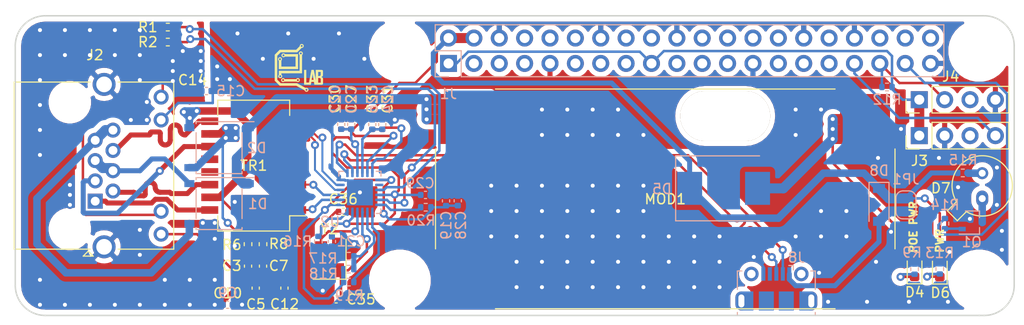
<source format=kicad_pcb>
(kicad_pcb (version 20171130) (host pcbnew "(5.1.10)-1")
  (title_block (title "Raspberry Pi Zero (W) uHAT Template Board") (date 2019-02-28) (rev 1.0) (comment 1 "This PCB design is licensed under MIT Open Source License."))
  (layers (0 F.Cu signal) (31 B.Cu signal) (34 B.Paste user) (35 F.Paste user) (36 B.SilkS user) (37 F.SilkS user) (38 B.Mask user) (39 F.Mask user) (44 Edge.Cuts user))
  (net 0 "")
  (net 1 +5V)
  (net 2 /GPIO2_SDA1)
  (net 3 /GPIO3_SCL1)
  (net 4 GND)
  (net 5 /GPIO4_GPIO_GCLK)
  (net 6 /GPIO14_TXD0)
  (net 7 /GPIO15_RXD0)
  (net 8 /GPIO17_GEN0)
  (net 9 /GPIO18_GEN1)
  (net 10 /GPIO27_GEN2)
  (net 11 /GPIO22_GEN3)
  (net 12 /GPIO23_GEN4)
  (net 13 /GPIO24_GEN5)
  (net 14 /GPIO10_SPI_MOSI)
  (net 15 /GPIO9_SPI_MISO)
  (net 16 /GPIO25_GEN6)
  (net 17 /GPIO11_SPI_SCLK)
  (net 18 /GPIO8_SPI_CE0_N)
  (net 19 /GPIO7_SPI_CE1_N)
  (net 20 /ID_SD)
  (net 21 /ID_SC)
  (net 22 /GPIO5)
  (net 23 /GPIO6)
  (net 24 /GPIO12)
  (net 25 /GPIO13)
  (net 26 /GPIO19)
  (net 27 /GPIO16)
  (net 28 /GPIO26)
  (net 29 /GPIO20)
  (net 30 /GPIO21)
  (net 31 +VDC)
  (net 32 "Net-(C3-Pad2)")
  (net 33 "Net-(C3-Pad1)")
  (net 34 Earth)
  (net 35 "Net-(C7-Pad1)")
  (net 36 "Net-(C12-Pad1)")
  (net 37 /VDD33)
  (net 38 /VDD10)
  (net 39 /VDD10_UPS)
  (net 40 /XTAL1)
  (net 41 /XTAL2)
  (net 42 /POE_B-)
  (net 43 /POE_B+)
  (net 44 /POE_A+)
  (net 45 /POE_A-)
  (net 46 "Net-(D4-Pad1)")
  (net 47 "Net-(D6-Pad1)")
  (net 48 "Net-(D7-Pad1)")
  (net 49 "Net-(D7-Pad2)")
  (net 50 "Net-(D8-Pad2)")
  (net 51 +3.3VP)
  (net 52 "Net-(J2-Pad10)")
  (net 53 "Net-(J2-Pad12)")
  (net 54 "Net-(J3-Pad3)")
  (net 55 "Net-(J4-Pad3)")
  (net 56 "Net-(J8-Pad6)")
  (net 57 "Net-(J8-Pad4)")
  (net 58 "Net-(Q1-Pad1)")
  (net 59 /LED0_SPICSB)
  (net 60 /LED1_SPISCK)
  (net 61 "Net-(R16-Pad2)")
  (net 62 /SPISDO)
  (net 63 /LANWAKEB)
  (net 64 /SPISDI_XTALDET)
  (net 65 /TD+)
  (net 66 /TD-)
  (net 67 /RD+)
  (net 68 /RD-)
  (net 69 "Net-(U2-Pad14)")
  (net 70 /USB2+)
  (net 71 /USB2-)
  (net 72 /TX+)
  (net 73 /RX+)
  (net 74 /TX-)
  (net 75 /RX-)
  (net 76 "Net-(C24-Pad1)")
  (net 77 VDC)
  (module user-footprints:LOGO_eLAB (layer F.Cu) (at 110.875 96.267)
    (fp_text reference "" hide)
    (fp_text value "" hide)
  )
  (module user-footprints:Module_LM2596HVS (layer F.Cu) (at 147.6 109.4 270)
    (fp_text reference MOD1 (at 0.0232 0.0006 180) (layer F.SilkS))
    (fp_text value LM2596HVS)
    (pad 4 smd rect (at -8 -20 270) (size 5 5) (layers F.Cu F.Paste F.Mask) (net 77 VDC))
    (pad 3 smd rect (at 8 -20 270) (size 5 5) (layers F.Cu F.Paste F.Mask) (net 4 GND))
    (pad 2 smd rect (at -8 20 270) (size 5 5) (layers F.Cu F.Paste F.Mask) (net 31 +VDC))
    (pad 1 smd rect (at 8 20 270) (size 5 5) (layers F.Cu F.Paste F.Mask) (net 4 GND))
    (pad "" np_thru_hole roundrect (at -8.3 -6 270) (size 5 9) (drill oval 5 9) (layers *.Cu *.Mask F.SilkS) (roundrect_rratio 0.5))
  )
  (module Crystal:Crystal_SMD_3225-4Pin_3.2x2.5mm (layer F.Cu) (at 113.9952 115.4404 90)
    (fp_text reference Y2 (at 3.02 0 180) (layer F.SilkS))
    (fp_text value "25 MHz 30ppm (HELE(Harmony Elec) X3S025000FC1H-HV)")
    (pad 4 smd rect (at -1.1 -0.85 90) (size 1.4 1.2) (layers F.Cu F.Paste F.Mask) (net 4 GND))
    (pad 3 smd rect (at 1.1 -0.85 90) (size 1.4 1.2) (layers F.Cu F.Paste F.Mask) (net 41 /XTAL2))
    (pad 2 smd rect (at 1.1 0.85 90) (size 1.4 1.2) (layers F.Cu F.Paste F.Mask) (net 4 GND))
    (pad 1 smd rect (at -1.1 0.85 90) (size 1.4 1.2) (layers F.Cu F.Paste F.Mask) (net 40 /XTAL1))
  )
  (module lib:PinSocket_2x20_P2.54mm_Vertical_Centered_Anchor (layer B.Cu) (at 125.902 95.838 270)
    (fp_text reference J1 (at 3.049 0.007) (layer B.SilkS) (effects (justify mirror)))
    (fp_text value GPIO_CONNECTOR)
    (pad 1 thru_hole rect (at 0 0 270) (size 1.7 1.7) (drill 1) (layers *.Cu *.Mask) (net 51 +3.3VP))
    (pad 2 thru_hole oval (at -2.54 0 270) (size 1.7 1.7) (drill 1) (layers *.Cu *.Mask) (net 1 +5V))
    (pad 3 thru_hole oval (at 0 -2.54 270) (size 1.7 1.7) (drill 1) (layers *.Cu *.Mask) (net 2 /GPIO2_SDA1))
    (pad 4 thru_hole oval (at -2.54 -2.54 270) (size 1.7 1.7) (drill 1) (layers *.Cu *.Mask) (net 1 +5V))
    (pad 5 thru_hole oval (at 0 -5.08 270) (size 1.7 1.7) (drill 1) (layers *.Cu *.Mask) (net 3 /GPIO3_SCL1))
    (pad 6 thru_hole oval (at -2.54 -5.08 270) (size 1.7 1.7) (drill 1) (layers *.Cu *.Mask) (net 4 GND))
    (pad 7 thru_hole oval (at 0 -7.62 270) (size 1.7 1.7) (drill 1) (layers *.Cu *.Mask) (net 5 /GPIO4_GPIO_GCLK))
    (pad 8 thru_hole oval (at -2.54 -7.62 270) (size 1.7 1.7) (drill 1) (layers *.Cu *.Mask) (net 6 /GPIO14_TXD0))
    (pad 9 thru_hole oval (at 0 -10.16 270) (size 1.7 1.7) (drill 1) (layers *.Cu *.Mask) (net 4 GND))
    (pad 10 thru_hole oval (at -2.54 -10.16 270) (size 1.7 1.7) (drill 1) (layers *.Cu *.Mask) (net 7 /GPIO15_RXD0))
    (pad 11 thru_hole oval (at 0 -12.7 270) (size 1.7 1.7) (drill 1) (layers *.Cu *.Mask) (net 8 /GPIO17_GEN0))
    (pad 12 thru_hole oval (at -2.54 -12.7 270) (size 1.7 1.7) (drill 1) (layers *.Cu *.Mask) (net 9 /GPIO18_GEN1))
    (pad 13 thru_hole oval (at 0 -15.24 270) (size 1.7 1.7) (drill 1) (layers *.Cu *.Mask) (net 10 /GPIO27_GEN2))
    (pad 14 thru_hole oval (at -2.54 -15.24 270) (size 1.7 1.7) (drill 1) (layers *.Cu *.Mask) (net 4 GND))
    (pad 15 thru_hole oval (at 0 -17.78 270) (size 1.7 1.7) (drill 1) (layers *.Cu *.Mask) (net 11 /GPIO22_GEN3))
    (pad 16 thru_hole oval (at -2.54 -17.78 270) (size 1.7 1.7) (drill 1) (layers *.Cu *.Mask) (net 12 /GPIO23_GEN4))
    (pad 17 thru_hole oval (at 0 -20.32 270) (size 1.7 1.7) (drill 1) (layers *.Cu *.Mask) (net 51 +3.3VP))
    (pad 18 thru_hole oval (at -2.54 -20.32 270) (size 1.7 1.7) (drill 1) (layers *.Cu *.Mask) (net 13 /GPIO24_GEN5))
    (pad 19 thru_hole oval (at 0 -22.86 270) (size 1.7 1.7) (drill 1) (layers *.Cu *.Mask) (net 14 /GPIO10_SPI_MOSI))
    (pad 20 thru_hole oval (at -2.54 -22.86 270) (size 1.7 1.7) (drill 1) (layers *.Cu *.Mask) (net 4 GND))
    (pad 21 thru_hole oval (at 0 -25.4 270) (size 1.7 1.7) (drill 1) (layers *.Cu *.Mask) (net 15 /GPIO9_SPI_MISO))
    (pad 22 thru_hole oval (at -2.54 -25.4 270) (size 1.7 1.7) (drill 1) (layers *.Cu *.Mask) (net 16 /GPIO25_GEN6))
    (pad 23 thru_hole oval (at 0 -27.94 270) (size 1.7 1.7) (drill 1) (layers *.Cu *.Mask) (net 17 /GPIO11_SPI_SCLK))
    (pad 24 thru_hole oval (at -2.54 -27.94 270) (size 1.7 1.7) (drill 1) (layers *.Cu *.Mask) (net 18 /GPIO8_SPI_CE0_N))
    (pad 25 thru_hole oval (at 0 -30.48 270) (size 1.7 1.7) (drill 1) (layers *.Cu *.Mask) (net 4 GND))
    (pad 26 thru_hole oval (at -2.54 -30.48 270) (size 1.7 1.7) (drill 1) (layers *.Cu *.Mask) (net 19 /GPIO7_SPI_CE1_N))
    (pad 27 thru_hole oval (at 0 -33.02 270) (size 1.7 1.7) (drill 1) (layers *.Cu *.Mask) (net 20 /ID_SD))
    (pad 28 thru_hole oval (at -2.54 -33.02 270) (size 1.7 1.7) (drill 1) (layers *.Cu *.Mask) (net 21 /ID_SC))
    (pad 29 thru_hole oval (at 0 -35.56 270) (size 1.7 1.7) (drill 1) (layers *.Cu *.Mask) (net 22 /GPIO5))
    (pad 30 thru_hole oval (at -2.54 -35.56 270) (size 1.7 1.7) (drill 1) (layers *.Cu *.Mask) (net 4 GND))
    (pad 31 thru_hole oval (at 0 -38.1 270) (size 1.7 1.7) (drill 1) (layers *.Cu *.Mask) (net 23 /GPIO6))
    (pad 32 thru_hole oval (at -2.54 -38.1 270) (size 1.7 1.7) (drill 1) (layers *.Cu *.Mask) (net 24 /GPIO12))
    (pad 33 thru_hole oval (at 0 -40.64 270) (size 1.7 1.7) (drill 1) (layers *.Cu *.Mask) (net 25 /GPIO13))
    (pad 34 thru_hole oval (at -2.54 -40.64 270) (size 1.7 1.7) (drill 1) (layers *.Cu *.Mask) (net 4 GND))
    (pad 35 thru_hole oval (at 0 -43.18 270) (size 1.7 1.7) (drill 1) (layers *.Cu *.Mask) (net 26 /GPIO19))
    (pad 36 thru_hole oval (at -2.54 -43.18 270) (size 1.7 1.7) (drill 1) (layers *.Cu *.Mask) (net 27 /GPIO16))
    (pad 37 thru_hole oval (at 0 -45.72 270) (size 1.7 1.7) (drill 1) (layers *.Cu *.Mask) (net 28 /GPIO26))
    (pad 38 thru_hole oval (at -2.54 -45.72 270) (size 1.7 1.7) (drill 1) (layers *.Cu *.Mask) (net 29 /GPIO20))
    (pad 39 thru_hole oval (at 0 -48.26 270) (size 1.7 1.7) (drill 1) (layers *.Cu *.Mask) (net 4 GND))
    (pad 40 thru_hole oval (at -2.54 -48.26 270) (size 1.7 1.7) (drill 1) (layers *.Cu *.Mask) (net 30 /GPIO21))
  )
  (module Transformer_SMD:Transformer_Ethernet_Bourns_PT61017PEL (layer F.Cu) (at 106.4 106.068 180)
    (fp_text reference TR1 (at 0 0) (layer F.SilkS))
    (fp_text value PT61017PEL)
    (pad 1 smd rect (at -4.4 -4.445 180) (size 1.7 0.76) (layers F.Cu F.Paste F.Mask) (net 65 /TD+))
    (pad 2 smd rect (at -4.4 -3.175 180) (size 1.7 0.76) (layers F.Cu F.Paste F.Mask) (net 36 "Net-(C12-Pad1)"))
    (pad 3 smd rect (at -4.4 -1.905 180) (size 1.7 0.76) (layers F.Cu F.Paste F.Mask) (net 66 /TD-))
    (pad 4 smd rect (at -4.4 -0.635 180) (size 1.7 0.76) (layers F.Cu F.Paste F.Mask))
    (pad 7 smd rect (at -4.4 3.175 180) (size 1.7 0.76) (layers F.Cu F.Paste F.Mask) (net 36 "Net-(C12-Pad1)"))
    (pad 5 smd rect (at -4.4 0.635 180) (size 1.7 0.76) (layers F.Cu F.Paste F.Mask))
    (pad 6 smd rect (at -4.4 1.905 180) (size 1.7 0.76) (layers F.Cu F.Paste F.Mask) (net 67 /RD+))
    (pad 8 smd rect (at -4.4 4.445 180) (size 1.7 0.76) (layers F.Cu F.Paste F.Mask) (net 68 /RD-))
    (pad 14 smd rect (at 4.4 -1.905 180) (size 1.7 0.76) (layers F.Cu F.Paste F.Mask) (net 74 /TX-))
    (pad 11 smd rect (at 4.4 1.905 180) (size 1.7 0.76) (layers F.Cu F.Paste F.Mask) (net 73 /RX+))
    (pad 9 smd rect (at 4.4 4.445 180) (size 1.7 0.76) (layers F.Cu F.Paste F.Mask) (net 75 /RX-))
    (pad 15 smd rect (at 4.4 -3.175 180) (size 1.7 0.76) (layers F.Cu F.Paste F.Mask) (net 44 /POE_A+))
    (pad 10 smd rect (at 4.4 3.175 180) (size 1.7 0.76) (layers F.Cu F.Paste F.Mask) (net 45 /POE_A-))
    (pad 13 smd rect (at 4.4 -0.635 180) (size 1.7 0.76) (layers F.Cu F.Paste F.Mask))
    (pad 16 smd rect (at 4.4 -4.445 180) (size 1.7 0.76) (layers F.Cu F.Paste F.Mask) (net 72 /TX+))
    (pad 12 smd rect (at 4.4 0.635 180) (size 1.7 0.76) (layers F.Cu F.Paste F.Mask))
  )
  (module Resistor_SMD:R_0402_1005Metric (layer B.Cu) (at 175.0822 116.4082 90)
    (fp_text reference R13 (at 1.6012 -0.0072 180) (layer B.SilkS) (effects (justify mirror)))
    (fp_text value 2.7k)
    (pad 1 smd roundrect (at -0.51 0 90) (size 0.54 0.64) (layers B.Cu B.Paste B.Mask) (net 47 "Net-(D6-Pad1)"))
    (pad 2 smd roundrect (at 0.51 0 90) (size 0.54 0.64) (layers B.Cu B.Paste B.Mask) (net 4 GND))
  )
  (module lib:MountingHole_2.7mm_M2.5_uHAT_RPi (layer F.Cu) (at 121.032 94.568)
    (fp_text reference H1 hide)
    (fp_text value MountingHole hide)
    (pad "" np_thru_hole circle (at 0 0) (size 2.7 2.7) (drill 2.7) (layers *.Cu *.Mask) (clearance 1.75))
  )
  (module lib:MountingHole_2.7mm_M2.5_uHAT_RPi (layer F.Cu) (at 179.032 94.568)
    (fp_text reference H2 hide)
    (fp_text value MountingHole hide)
    (pad "" np_thru_hole circle (at 0 0) (size 2.7 2.7) (drill 2.7) (layers *.Cu *.Mask) (clearance 1.75))
  )
  (module lib:MountingHole_2.7mm_M2.5_uHAT_RPi (layer F.Cu) (at 179.032 117.568)
    (fp_text reference H3 hide)
    (fp_text value MountingHole hide)
    (pad "" np_thru_hole circle (at 0 0) (size 2.7 2.7) (drill 2.7) (layers *.Cu *.Mask) (clearance 1.75))
  )
  (module lib:MountingHole_2.7mm_M2.5_uHAT_RPi (layer F.Cu) (at 121.032 117.568)
    (fp_text reference H4 hide)
    (fp_text value MountingHole hide)
    (pad "" np_thru_hole circle (at 0 0) (size 2.7 2.7) (drill 2.7) (layers *.Cu *.Mask) (clearance 1.75))
  )
  (module Diode_SMD:Diode_Bridge_Diotec_ABS (layer B.Cu) (at 102.932 109.868 180)
    (fp_text reference D1 (at -3.868 -0.032) (layer B.SilkS) (effects (justify mirror)))
    (fp_text value ABS10)
    (pad 1 smd rect (at -2.975 2 180) (size 1 0.7) (layers B.Cu B.Paste B.Mask) (net 31 +VDC))
    (pad 2 smd rect (at -2.975 -2 180) (size 1 0.7) (layers B.Cu B.Paste B.Mask) (net 4 GND))
    (pad 3 smd rect (at 2.975 -2 180) (size 1 0.7) (layers B.Cu B.Paste B.Mask) (net 42 /POE_B-))
    (pad 4 smd rect (at 2.975 2 180) (size 1 0.7) (layers B.Cu B.Paste B.Mask) (net 43 /POE_B+))
  )
  (module Diode_SMD:Diode_Bridge_Diotec_ABS (layer B.Cu) (at 102.932 104.268 180)
    (fp_text reference D2 (at -3.768 -0.032) (layer B.SilkS) (effects (justify mirror)))
    (fp_text value ABS10)
    (pad 4 smd rect (at 2.975 2 180) (size 1 0.7) (layers B.Cu B.Paste B.Mask) (net 44 /POE_A+))
    (pad 3 smd rect (at 2.975 -2 180) (size 1 0.7) (layers B.Cu B.Paste B.Mask) (net 45 /POE_A-))
    (pad 2 smd rect (at -2.975 -2 180) (size 1 0.7) (layers B.Cu B.Paste B.Mask) (net 4 GND))
    (pad 1 smd rect (at -2.975 2 180) (size 1 0.7) (layers B.Cu B.Paste B.Mask) (net 31 +VDC))
  )
  (module Diode_SMD:D_SMC (layer B.Cu) (at 153.4414 108.3437)
    (fp_text reference D5 (at -6.1722 0.0635) (layer B.SilkS) (effects (justify mirror)))
    (fp_text value B560C)
    (pad 2 smd rect (at 3.4 0 270) (size 3.3 2.5) (layers B.Cu B.Paste B.Mask) (net 77 VDC))
    (pad 1 smd rect (at -3.4 0 270) (size 3.3 2.5) (layers B.Cu B.Paste B.Mask) (net 1 +5V))
  )
  (module Package_TO_SOT_THT:TO-46-2 (layer F.Cu) (at 179.332 109.368 90)
    (fp_text reference D7 (at 1.037 -4.1482 180) (layer F.SilkS))
    (fp_text value OP293B)
    (pad 1 thru_hole oval (at 0 0 90) (size 1.6 1.2) (drill 0.7) (layers *.Cu *.Mask) (net 48 "Net-(D7-Pad1)"))
    (pad 2 thru_hole oval (at 2.54 0 90) (size 1.2 1.2) (drill 0.7) (layers *.Cu *.Mask) (net 49 "Net-(D7-Pad2)"))
  )
  (module Diode_SMD:D_SOD-123 (layer B.Cu) (at 169 110 270)
    (fp_text reference D8 (at -3.433 -0.005) (layer B.SilkS) (effects (justify mirror)))
    (fp_text value MBR0520LT1G)
    (pad 1 smd rect (at -1.65 0 270) (size 0.9 1.2) (layers B.Cu B.Paste B.Mask) (net 1 +5V))
    (pad 2 smd rect (at 1.65 0 270) (size 0.9 1.2) (layers B.Cu B.Paste B.Mask) (net 50 "Net-(D8-Pad2)"))
  )
  (module Connector_RJ:RJ45_Amphenol_RJHSE538X (layer F.Cu) (at 90.532 109.628 90)
    (fp_text reference J2 (at 14.628 -0.032 180) (layer F.SilkS))
    (fp_text value RJHSE-5385)
    (pad 1 thru_hole rect (at 0 0 90) (size 1.5 1.5) (drill 0.89) (layers *.Cu *.Mask) (net 72 /TX+))
    (pad 3 thru_hole circle (at 2.032 0 90) (size 1.5 1.5) (drill 0.89) (layers *.Cu *.Mask) (net 73 /RX+))
    (pad 5 thru_hole circle (at 4.064 0 90) (size 1.5 1.5) (drill 0.89) (layers *.Cu *.Mask) (net 43 /POE_B+))
    (pad 7 thru_hole circle (at 6.096 0 90) (size 1.5 1.5) (drill 0.89) (layers *.Cu *.Mask) (net 42 /POE_B-))
    (pad 2 thru_hole circle (at 1.016 1.78 90) (size 1.5 1.5) (drill 0.89) (layers *.Cu *.Mask) (net 74 /TX-))
    (pad 4 thru_hole circle (at 3.048 1.78 90) (size 1.5 1.5) (drill 0.89) (layers *.Cu *.Mask) (net 43 /POE_B+))
    (pad 6 thru_hole circle (at 5.08 1.78 90) (size 1.5 1.5) (drill 0.89) (layers *.Cu *.Mask) (net 75 /RX-))
    (pad 8 thru_hole circle (at 7.112 1.78 90) (size 1.5 1.5) (drill 0.89) (layers *.Cu *.Mask) (net 42 /POE_B-))
    (pad "" np_thru_hole circle (at -2.79 -2.54 90) (size 3.25 3.25) (drill 3.25) (layers *.Cu *.Mask))
    (pad "" np_thru_hole circle (at 9.91 -2.54 90) (size 3.25 3.25) (drill 3.25) (layers *.Cu *.Mask))
    (pad SH thru_hole circle (at 11.69 0.89 90) (size 2.3 2.3) (drill 1.57) (layers *.Cu *.Mask) (net 34 Earth))
    (pad SH thru_hole circle (at -4.57 0.89 90) (size 2.3 2.3) (drill 1.57) (layers *.Cu *.Mask) (net 34 Earth))
    (pad 9 thru_hole circle (at -3.3 6.6 90) (size 1.5 1.5) (drill 0.89) (layers *.Cu *.Mask) (net 4 GND))
    (pad 10 thru_hole circle (at -1.01 6.6 90) (size 1.5 1.5) (drill 0.89) (layers *.Cu *.Mask) (net 52 "Net-(J2-Pad10)"))
    (pad 11 thru_hole circle (at 8.13 6.6 90) (size 1.5 1.5) (drill 0.89) (layers *.Cu *.Mask) (net 4 GND))
    (pad 12 thru_hole circle (at 10.42 6.6 90) (size 1.5 1.5) (drill 0.89) (layers *.Cu *.Mask) (net 53 "Net-(J2-Pad12)"))
  )
  (module Connector_PinHeader_2.54mm:PinHeader_1x04_P2.54mm_Vertical (layer F.Cu) (at 173.032 103.068 90)
    (fp_text reference J3 (at -2.5198 0.0182 180) (layer F.SilkS))
    (fp_text value "PIR Motion Sensor")
    (pad 4 thru_hole oval (at 0 7.62 90) (size 1.7 1.7) (drill 1) (layers *.Cu *.Mask) (net 25 /GPIO13))
    (pad 3 thru_hole oval (at 0 5.08 90) (size 1.7 1.7) (drill 1) (layers *.Cu *.Mask) (net 54 "Net-(J3-Pad3)"))
    (pad 2 thru_hole oval (at 0 2.54 90) (size 1.7 1.7) (drill 1) (layers *.Cu *.Mask) (net 4 GND))
    (pad 1 thru_hole rect (at 0 0 90) (size 1.7 1.7) (drill 1) (layers *.Cu *.Mask) (net 51 +3.3VP))
  )
  (module Connector_PinHeader_2.54mm:PinHeader_1x04_P2.54mm_Vertical (layer F.Cu) (at 173.032 99.468 90)
    (fp_text reference J4 (at 2.313 3.1424 180) (layer F.SilkS))
    (fp_text value DH22T)
    (pad 1 thru_hole rect (at 0 0 90) (size 1.7 1.7) (drill 1) (layers *.Cu *.Mask) (net 51 +3.3VP))
    (pad 2 thru_hole oval (at 0 2.54 90) (size 1.7 1.7) (drill 1) (layers *.Cu *.Mask) (net 26 /GPIO19))
    (pad 3 thru_hole oval (at 0 5.08 90) (size 1.7 1.7) (drill 1) (layers *.Cu *.Mask) (net 55 "Net-(J4-Pad3)"))
    (pad 4 thru_hole oval (at 0 7.62 90) (size 1.7 1.7) (drill 1) (layers *.Cu *.Mask) (net 4 GND))
  )
  (module Connector_USB:USB_Micro-B_Molex-105017-0001 (layer B.Cu) (at 158.72 118.378796 180)
    (fp_text reference J8 (at -2.015 3.101796) (layer B.SilkS) (effects (justify mirror)))
    (fp_text value USB_B_Micro)
    (pad 6 smd rect (at -2.9 -1.2375 180) (size 1.2 1.9) (layers B.Cu B.Mask) (net 56 "Net-(J8-Pad6)"))
    (pad 6 smd rect (at 2.9 -1.2375 180) (size 1.2 1.9) (layers B.Cu B.Mask) (net 56 "Net-(J8-Pad6)"))
    (pad 6 thru_hole oval (at 3.5 -1.2375 180) (size 1.2 1.9) (drill oval 0.6 1.3) (layers *.Cu *.Mask) (net 56 "Net-(J8-Pad6)"))
    (pad 6 thru_hole oval (at -3.5 -1.2375) (size 1.2 1.9) (drill oval 0.6 1.3) (layers *.Cu *.Mask) (net 56 "Net-(J8-Pad6)"))
    (pad 6 smd rect (at -1 -1.2375 180) (size 1.5 1.9) (layers B.Cu B.Paste B.Mask) (net 56 "Net-(J8-Pad6)"))
    (pad 6 thru_hole circle (at 2.5 1.4625 180) (size 1.45 1.45) (drill 0.85) (layers *.Cu *.Mask) (net 56 "Net-(J8-Pad6)"))
    (pad 3 smd rect (at 0 1.4625 180) (size 0.4 1.35) (layers B.Cu B.Paste B.Mask) (net 70 /USB2+))
    (pad 4 smd rect (at 0.65 1.4625 180) (size 0.4 1.35) (layers B.Cu B.Paste B.Mask) (net 57 "Net-(J8-Pad4)"))
    (pad 5 smd rect (at 1.3 1.4625 180) (size 0.4 1.35) (layers B.Cu B.Paste B.Mask) (net 4 GND))
    (pad 1 smd rect (at -1.3 1.4625 180) (size 0.4 1.35) (layers B.Cu B.Paste B.Mask) (net 50 "Net-(D8-Pad2)"))
    (pad 2 smd rect (at -0.65 1.4625 180) (size 0.4 1.35) (layers B.Cu B.Paste B.Mask) (net 71 /USB2-))
    (pad 6 thru_hole circle (at -2.5 1.4625 180) (size 1.45 1.45) (drill 0.85) (layers *.Cu *.Mask) (net 56 "Net-(J8-Pad6)"))
    (pad 6 smd rect (at 1 -1.2375 180) (size 1.5 1.9) (layers B.Cu B.Paste B.Mask) (net 56 "Net-(J8-Pad6)"))
  )
  (module Jumper:SolderJumper-2_P1.3mm_Open_RoundedPad1.0x1.5mm (layer B.Cu) (at 171.7 110 270)
    (fp_text reference JP1 (at -2.563 0.015) (layer B.SilkS) (effects (justify mirror)))
    (fp_text value Jumper_NO_Small)
    (pad 1 smd custom (at -0.65 0 270) (size 1 0.5) (layers B.Cu B.Mask) (net 1 +5V) (options (clearance outline) (anchor rect)) (primitives (gr_circle (center 0 -0.25) (end 0.5 -0.25) (width 0)) (gr_circle (center 0 0.25) (end 0.5 0.25) (width 0)) (gr_poly (pts (xy 0 0.75) (xy 0.5 0.75) (xy 0.5 -0.75) (xy 0 -0.75)) (width 0))))
    (pad 2 smd custom (at 0.65 0 270) (size 1 0.5) (layers B.Cu B.Mask) (net 50 "Net-(D8-Pad2)") (options (clearance outline) (anchor rect)) (primitives (gr_circle (center 0 -0.25) (end 0.5 -0.25) (width 0)) (gr_circle (center 0 0.25) (end 0.5 0.25) (width 0)) (gr_poly (pts (xy 0 0.75) (xy -0.5 0.75) (xy -0.5 -0.75) (xy 0 -0.75)) (width 0))))
  )
  (module Package_TO_SOT_SMD:SOT-323_SC-70 (layer B.Cu) (at 178.332 111.768)
    (fp_text reference Q1 (at -0.05 1.95) (layer B.SilkS) (effects (justify mirror)))
    (fp_text value DMG1012UW-7)
    (pad 1 smd rect (at -1 0.65 90) (size 0.45 0.7) (layers B.Cu B.Paste B.Mask) (net 58 "Net-(Q1-Pad1)"))
    (pad 2 smd rect (at -1 -0.65 90) (size 0.45 0.7) (layers B.Cu B.Paste B.Mask) (net 4 GND))
    (pad 3 smd rect (at 1 0 90) (size 0.45 0.7) (layers B.Cu B.Paste B.Mask) (net 48 "Net-(D7-Pad1)"))
  )
  (module Package_DFN_QFN:QFN-24-1EP_4x4mm_P0.5mm_EP2.6x2.6mm (layer B.Cu) (at 117.0305 108.7501)
    (fp_text reference U2 (at -2.9855 2.9469) (layer B.SilkS) (effects (justify mirror)))
    (fp_text value RTL8152B-VB)
    (pad 25 smd rect (at 0 0) (size 2.6 2.6) (layers B.Cu B.Mask) (net 4 GND))
    (pad 24 smd roundrect (at -1.25 1.9375) (size 0.25 0.825) (layers B.Cu B.Paste B.Mask) (net 61 "Net-(R16-Pad2)"))
    (pad 23 smd roundrect (at -0.75 1.9375) (size 0.25 0.825) (layers B.Cu B.Paste B.Mask) (net 38 /VDD10))
    (pad 22 smd roundrect (at -0.25 1.9375) (size 0.25 0.825) (layers B.Cu B.Paste B.Mask) (net 41 /XTAL2))
    (pad 21 smd roundrect (at 0.25 1.9375) (size 0.25 0.825) (layers B.Cu B.Paste B.Mask) (net 40 /XTAL1))
    (pad 20 smd roundrect (at 0.75 1.9375) (size 0.25 0.825) (layers B.Cu B.Paste B.Mask) (net 62 /SPISDO))
    (pad 19 smd roundrect (at 1.25 1.9375) (size 0.25 0.825) (layers B.Cu B.Paste B.Mask) (net 63 /LANWAKEB))
    (pad 18 smd roundrect (at 1.9375 1.25) (size 0.825 0.25) (layers B.Cu B.Paste B.Mask) (net 64 /SPISDI_XTALDET))
    (pad 17 smd roundrect (at 1.9375 0.75) (size 0.825 0.25) (layers B.Cu B.Paste B.Mask) (net 60 /LED1_SPISCK))
    (pad 16 smd roundrect (at 1.9375 0.25) (size 0.825 0.25) (layers B.Cu B.Paste B.Mask) (net 38 /VDD10))
    (pad 15 smd roundrect (at 1.9375 -0.25) (size 0.825 0.25) (layers B.Cu B.Paste B.Mask) (net 59 /LED0_SPICSB))
    (pad 14 smd roundrect (at 1.9375 -0.75) (size 0.825 0.25) (layers B.Cu B.Paste B.Mask) (net 69 "Net-(U2-Pad14)"))
    (pad 13 smd roundrect (at 1.9375 -1.25) (size 0.825 0.25) (layers B.Cu B.Paste B.Mask) (net 37 /VDD33))
    (pad 12 smd roundrect (at 1.25 -1.9375) (size 0.25 0.825) (layers B.Cu B.Paste B.Mask) (net 39 /VDD10_UPS))
    (pad 11 smd roundrect (at 0.75 -1.9375) (size 0.25 0.825) (layers B.Cu B.Paste B.Mask) (net 1 +5V))
    (pad 10 smd roundrect (at 0.25 -1.9375) (size 0.25 0.825) (layers B.Cu B.Paste B.Mask) (net 76 "Net-(C24-Pad1)"))
    (pad 9 smd roundrect (at -0.25 -1.9375) (size 0.25 0.825) (layers B.Cu B.Paste B.Mask) (net 38 /VDD10))
    (pad 8 smd roundrect (at -0.75 -1.9375) (size 0.25 0.825) (layers B.Cu B.Paste B.Mask) (net 70 /USB2+))
    (pad 7 smd roundrect (at -1.25 -1.9375) (size 0.25 0.825) (layers B.Cu B.Paste B.Mask) (net 71 /USB2-))
    (pad 6 smd roundrect (at -1.9375 -1.25) (size 0.825 0.25) (layers B.Cu B.Paste B.Mask) (net 4 GND))
    (pad 5 smd roundrect (at -1.9375 -0.75) (size 0.825 0.25) (layers B.Cu B.Paste B.Mask) (net 68 /RD-))
    (pad 4 smd roundrect (at -1.9375 -0.25) (size 0.825 0.25) (layers B.Cu B.Paste B.Mask) (net 67 /RD+))
    (pad 3 smd roundrect (at -1.9375 0.25) (size 0.825 0.25) (layers B.Cu B.Paste B.Mask) (net 66 /TD-))
    (pad 2 smd roundrect (at -1.9375 0.75) (size 0.825 0.25) (layers B.Cu B.Paste B.Mask) (net 65 /TD+))
    (pad 1 smd roundrect (at -1.9375 1.25) (size 0.825 0.25) (layers B.Cu B.Paste B.Mask) (net 37 /VDD33))
  )
  (module Capacitor_SMD:C_0402_1005Metric (layer F.Cu) (at 105.832 116.132 270)
    (fp_text reference C3 (at -0.032 1.632 180) (layer F.SilkS))
    (fp_text value "10 nF - 100 V")
    (pad 1 smd roundrect (at -0.48 0 270) (size 0.56 0.62) (layers F.Cu F.Paste F.Mask) (net 33 "Net-(C3-Pad1)"))
    (pad 2 smd roundrect (at 0.48 0 270) (size 0.56 0.62) (layers F.Cu F.Paste F.Mask) (net 32 "Net-(C3-Pad2)"))
  )
  (module Capacitor_SMD:C_0402_1005Metric (layer F.Cu) (at 106.6 118.332 270)
    (fp_text reference C5 (at 1.615 -0.015 180) (layer F.SilkS))
    (fp_text value 1000 pF)
    (pad 2 smd roundrect (at 0.48 0 270) (size 0.56 0.62) (layers F.Cu F.Paste F.Mask) (net 34 Earth))
    (pad 1 smd roundrect (at -0.48 0 270) (size 0.56 0.62) (layers F.Cu F.Paste F.Mask) (net 32 "Net-(C3-Pad2)"))
  )
  (module Capacitor_SMD:C_0402_1005Metric (layer F.Cu) (at 107.332 116.132 270)
    (fp_text reference C7 (at -0.032 -1.568 180) (layer F.SilkS))
    (fp_text value "10 nF - 100 V")
    (pad 2 smd roundrect (at 0.48 0 270) (size 0.56 0.62) (layers F.Cu F.Paste F.Mask) (net 32 "Net-(C3-Pad2)"))
    (pad 1 smd roundrect (at -0.48 0 270) (size 0.56 0.62) (layers F.Cu F.Paste F.Mask) (net 35 "Net-(C7-Pad1)"))
  )
  (module Capacitor_SMD:C_0402_1005Metric (layer B.Cu) (at 103.8 120)
    (fp_text reference C9 (at 0 -1.2) (layer B.SilkS) (effects (justify mirror)))
    (fp_text value 0.1 µF)
    (pad 1 smd roundrect (at -0.48 0) (size 0.56 0.62) (layers B.Cu B.Paste B.Mask) (net 34 Earth))
    (pad 2 smd roundrect (at 0.48 0) (size 0.56 0.62) (layers B.Cu B.Paste B.Mask) (net 4 GND))
  )
  (module Capacitor_SMD:C_0402_1005Metric (layer F.Cu) (at 103.8 120)
    (fp_text reference C10 (at 0 -1.16) (layer F.SilkS))
    (fp_text value 0.1 µF)
    (pad 2 smd roundrect (at 0.48 0) (size 0.56 0.62) (layers F.Cu F.Paste F.Mask) (net 4 GND))
    (pad 1 smd roundrect (at -0.48 0) (size 0.56 0.62) (layers F.Cu F.Paste F.Mask) (net 34 Earth))
  )
  (module Capacitor_SMD:C_0402_1005Metric (layer F.Cu) (at 109.474 118.332 270)
    (fp_text reference C12 (at 1.605 -0.011 180) (layer F.SilkS))
    (fp_text value 10 nF)
    (pad 1 smd roundrect (at -0.48 0 270) (size 0.56 0.62) (layers F.Cu F.Paste F.Mask) (net 36 "Net-(C12-Pad1)"))
    (pad 2 smd roundrect (at 0.48 0 270) (size 0.56 0.62) (layers F.Cu F.Paste F.Mask) (net 34 Earth))
  )
  (module Capacitor_SMD:C_0402_1005Metric (layer F.Cu) (at 101.6762 98.6)
    (fp_text reference C14 (at -1.4 -1.1 180) (layer F.SilkS))
    (fp_text value 0.1 µF)
    (pad 2 smd roundrect (at 0.48 0) (size 0.56 0.62) (layers F.Cu F.Paste F.Mask) (net 4 GND))
    (pad 1 smd roundrect (at -0.48 0) (size 0.56 0.62) (layers F.Cu F.Paste F.Mask) (net 34 Earth))
  )
  (module Capacitor_SMD:C_0402_1005Metric (layer B.Cu) (at 101.68 98.6)
    (fp_text reference C15 (at 2.42 0) (layer B.SilkS) (effects (justify mirror)))
    (fp_text value 0.1 µF)
    (pad 1 smd roundrect (at -0.48 0) (size 0.56 0.62) (layers B.Cu B.Paste B.Mask) (net 34 Earth))
    (pad 2 smd roundrect (at 0.48 0) (size 0.56 0.62) (layers B.Cu B.Paste B.Mask) (net 4 GND))
  )
  (module Capacitor_SMD:C_0402_1005Metric (layer B.Cu) (at 125.6538 109.601 90)
    (fp_text reference C19 (at -2.436 0.0212 90) (layer B.SilkS) (effects (justify mirror)))
    (fp_text value 0.1 µF)
    (pad 2 smd roundrect (at 0.48 0 90) (size 0.56 0.62) (layers B.Cu B.Paste B.Mask) (net 4 GND))
    (pad 1 smd roundrect (at -0.48 0 90) (size 0.56 0.62) (layers B.Cu B.Paste B.Mask) (net 37 /VDD33))
  )
  (module Capacitor_SMD:C_0402_1005Metric (layer B.Cu) (at 116.1601 101.9397 90)
    (fp_text reference C20 (at 2.5027 0.0149 90) (layer B.SilkS) (effects (justify mirror)))
    (fp_text value 4.7 µF)
    (pad 1 smd roundrect (at -0.48 0 90) (size 0.56 0.62) (layers B.Cu B.Paste B.Mask) (net 38 /VDD10))
    (pad 2 smd roundrect (at 0.48 0 90) (size 0.56 0.62) (layers B.Cu B.Paste B.Mask) (net 4 GND))
  )
  (module Capacitor_SMD:C_0402_1005Metric (layer B.Cu) (at 114.22888 113.65992 270)
    (fp_text reference C21 (at -0.01292 -1.92612) (layer B.SilkS) (effects (justify mirror)))
    (fp_text value 0.1 µF)
    (pad 1 smd roundrect (at -0.48 0 270) (size 0.56 0.62) (layers B.Cu B.Paste B.Mask) (net 38 /VDD10))
    (pad 2 smd roundrect (at 0.48 0 270) (size 0.56 0.62) (layers B.Cu B.Paste B.Mask) (net 4 GND))
  )
  (module Capacitor_SMD:C_0402_1005Metric (layer B.Cu) (at 115.1601 101.9397 90)
    (fp_text reference C22 (at 2.5027 -0.5551 90) (layer B.SilkS) (effects (justify mirror)))
    (fp_text value 0.1 µF)
    (pad 1 smd roundrect (at -0.48 0 90) (size 0.56 0.62) (layers B.Cu B.Paste B.Mask) (net 38 /VDD10))
    (pad 2 smd roundrect (at 0.48 0 90) (size 0.56 0.62) (layers B.Cu B.Paste B.Mask) (net 4 GND))
  )
  (module Capacitor_SMD:C_0402_1005Metric (layer B.Cu) (at 119.2664 101.9524 90)
    (fp_text reference C24 (at 2.5154 0.5886 90) (layer B.SilkS) (effects (justify mirror)))
    (fp_text value 4.7 µF)
    (pad 2 smd roundrect (at 0.48 0 90) (size 0.56 0.62) (layers B.Cu B.Paste B.Mask) (net 4 GND))
    (pad 1 smd roundrect (at -0.48 0 90) (size 0.56 0.62) (layers B.Cu B.Paste B.Mask) (net 76 "Net-(C24-Pad1)"))
  )
  (module Capacitor_SMD:C_0402_1005Metric (layer B.Cu) (at 118.2664 101.9524 90)
    (fp_text reference C26 (at 2.5154 0.0286 90) (layer B.SilkS) (effects (justify mirror)))
    (fp_text value 0.1 µF)
    (pad 1 smd roundrect (at -0.48 0 90) (size 0.56 0.62) (layers B.Cu B.Paste B.Mask) (net 76 "Net-(C24-Pad1)"))
    (pad 2 smd roundrect (at 0.48 0 90) (size 0.56 0.62) (layers B.Cu B.Paste B.Mask) (net 4 GND))
  )
  (module Capacitor_SMD:C_0402_1005Metric (layer F.Cu) (at 116.1561 101.9397 90)
    (fp_text reference C27 (at 2.5495 0.0235 90) (layer F.SilkS))
    (fp_text value 4.7 µF)
    (pad 2 smd roundrect (at 0.48 0 90) (size 0.56 0.62) (layers F.Cu F.Paste F.Mask) (net 4 GND))
    (pad 1 smd roundrect (at -0.48 0 90) (size 0.56 0.62) (layers F.Cu F.Paste F.Mask) (net 1 +5V))
  )
  (module Capacitor_SMD:C_0402_1005Metric (layer B.Cu) (at 126.82728 109.59084 90)
    (fp_text reference C28 (at -2.44616 0.30772 90) (layer B.SilkS) (effects (justify mirror)))
    (fp_text value 0.1 µF)
    (pad 2 smd roundrect (at 0.48 0 90) (size 0.56 0.62) (layers B.Cu B.Paste B.Mask) (net 4 GND))
    (pad 1 smd roundrect (at -0.48 0 90) (size 0.56 0.62) (layers B.Cu B.Paste B.Mask) (net 37 /VDD33))
  )
  (module Capacitor_SMD:C_0402_1005Metric (layer B.Cu) (at 123.5964 109.0041)
    (fp_text reference C29 (at -0.5314 -1.1771 -180) (layer B.SilkS) (effects (justify mirror)))
    (fp_text value 0.1 µF)
    (pad 2 smd roundrect (at 0.48 0) (size 0.56 0.62) (layers B.Cu B.Paste B.Mask) (net 4 GND))
    (pad 1 smd roundrect (at -0.48 0) (size 0.56 0.62) (layers B.Cu B.Paste B.Mask) (net 38 /VDD10))
  )
  (module Capacitor_SMD:C_0402_1005Metric (layer F.Cu) (at 115.1561 101.9397 90)
    (fp_text reference C30 (at 2.5495 -0.6529 90) (layer F.SilkS))
    (fp_text value 0.1 µF)
    (pad 1 smd roundrect (at -0.48 0 90) (size 0.56 0.62) (layers F.Cu F.Paste F.Mask) (net 1 +5V))
    (pad 2 smd roundrect (at 0.48 0 90) (size 0.56 0.62) (layers F.Cu F.Paste F.Mask) (net 4 GND))
  )
  (module Capacitor_SMD:C_0402_1005Metric (layer F.Cu) (at 119.2704 101.9524 90)
    (fp_text reference C31 (at 2.5368 0.516 90) (layer F.SilkS))
    (fp_text value 1 µF)
    (pad 1 smd roundrect (at -0.48 0 90) (size 0.56 0.62) (layers F.Cu F.Paste F.Mask) (net 39 /VDD10_UPS))
    (pad 2 smd roundrect (at 0.48 0 90) (size 0.56 0.62) (layers F.Cu F.Paste F.Mask) (net 4 GND))
  )
  (module Capacitor_SMD:C_0402_1005Metric (layer F.Cu) (at 118.2704 101.9524 90)
    (fp_text reference C33 (at 2.5368 -0.008 90) (layer F.SilkS))
    (fp_text value 0.1 µF)
    (pad 1 smd roundrect (at -0.48 0 90) (size 0.56 0.62) (layers F.Cu F.Paste F.Mask) (net 39 /VDD10_UPS))
    (pad 2 smd roundrect (at 0.48 0 90) (size 0.56 0.62) (layers F.Cu F.Paste F.Mask) (net 4 GND))
  )
  (module Capacitor_SMD:C_0402_1005Metric (layer F.Cu) (at 114.6556 119.4536 180)
    (fp_text reference C35 (at -2.4892 -0.0026) (layer F.SilkS))
    (fp_text value 14 pF)
    (pad 2 smd roundrect (at 0.48 0 180) (size 0.56 0.62) (layers F.Cu F.Paste F.Mask) (net 4 GND))
    (pad 1 smd roundrect (at -0.48 0 180) (size 0.56 0.62) (layers F.Cu F.Paste F.Mask) (net 40 /XTAL1))
  )
  (module Capacitor_SMD:C_0402_1005Metric (layer F.Cu) (at 115.3668 110.6932)
    (fp_text reference C36 (at 0 -1.27 180) (layer F.SilkS))
    (fp_text value 14 pF)
    (pad 2 smd roundrect (at 0.48 0) (size 0.56 0.62) (layers F.Cu F.Paste F.Mask) (net 4 GND))
    (pad 1 smd roundrect (at -0.48 0) (size 0.56 0.62) (layers F.Cu F.Paste F.Mask) (net 41 /XTAL2))
  )
  (module Resistor_SMD:R_0402_1005Metric (layer F.Cu) (at 97.8 92.2 180)
    (fp_text reference R1 (at 2 0) (layer F.SilkS))
    (fp_text value 680)
    (pad 1 smd roundrect (at -0.51 0 180) (size 0.54 0.64) (layers F.Cu F.Paste F.Mask) (net 59 /LED0_SPICSB))
    (pad 2 smd roundrect (at 0.51 0 180) (size 0.54 0.64) (layers F.Cu F.Paste F.Mask) (net 52 "Net-(J2-Pad10)"))
  )
  (module Resistor_SMD:R_0402_1005Metric (layer F.Cu) (at 97.8 93.7 180)
    (fp_text reference R2 (at 2 0) (layer F.SilkS))
    (fp_text value 680)
    (pad 2 smd roundrect (at 0.51 0 180) (size 0.54 0.64) (layers F.Cu F.Paste F.Mask) (net 53 "Net-(J2-Pad12)"))
    (pad 1 smd roundrect (at -0.51 0 180) (size 0.54 0.64) (layers F.Cu F.Paste F.Mask) (net 60 /LED1_SPISCK))
  )
  (module Resistor_SMD:R_0402_1005Metric (layer F.Cu) (at 105.832 113.932 270)
    (fp_text reference R6 (at 0.068 1.632 180) (layer F.SilkS))
    (fp_text value 75)
    (pad 1 smd roundrect (at -0.51 0 270) (size 0.54 0.64) (layers F.Cu F.Paste F.Mask) (net 45 /POE_A-))
    (pad 2 smd roundrect (at 0.51 0 270) (size 0.54 0.64) (layers F.Cu F.Paste F.Mask) (net 33 "Net-(C3-Pad1)"))
  )
  (module Resistor_SMD:R_0402_1005Metric (layer F.Cu) (at 107.332 113.932 270)
    (fp_text reference R8 (at -0.032 -1.568 180) (layer F.SilkS))
    (fp_text value 75)
    (pad 1 smd roundrect (at -0.51 0 270) (size 0.54 0.64) (layers F.Cu F.Paste F.Mask) (net 44 /POE_A+))
    (pad 2 smd roundrect (at 0.51 0 270) (size 0.54 0.64) (layers F.Cu F.Paste F.Mask) (net 35 "Net-(C7-Pad1)"))
  )
  (module Resistor_SMD:R_0402_1005Metric (layer B.Cu) (at 172.5604 116.4336 90)
    (fp_text reference R9 (at 1.6666 -0.2554 180) (layer B.SilkS) (effects (justify mirror)))
    (fp_text value 2.7k)
    (pad 1 smd roundrect (at -0.51 0 90) (size 0.54 0.64) (layers B.Cu B.Paste B.Mask) (net 46 "Net-(D4-Pad1)"))
    (pad 2 smd roundrect (at 0.51 0 90) (size 0.54 0.64) (layers B.Cu B.Paste B.Mask) (net 4 GND))
  )
  (module Resistor_SMD:R_0402_1005Metric (layer B.Cu) (at 169.8 98.2)
    (fp_text reference R12 (at 0 1.247) (layer B.SilkS) (effects (justify mirror)))
    (fp_text value 12k)
    (pad 2 smd roundrect (at 0.51 0) (size 0.54 0.64) (layers B.Cu B.Paste B.Mask) (net 51 +3.3VP))
    (pad 1 smd roundrect (at -0.51 0) (size 0.54 0.64) (layers B.Cu B.Paste B.Mask) (net 26 /GPIO19))
  )
  (module Resistor_SMD:R_0402_1005Metric (layer B.Cu) (at 175.6 111.868 270)
    (fp_text reference R14 (at -1.868 0 180) (layer B.SilkS) (effects (justify mirror)))
    (fp_text value 12k)
    (pad 1 smd roundrect (at -0.51 0 270) (size 0.54 0.64) (layers B.Cu B.Paste B.Mask) (net 28 /GPIO26))
    (pad 2 smd roundrect (at 0.51 0 270) (size 0.54 0.64) (layers B.Cu B.Paste B.Mask) (net 58 "Net-(Q1-Pad1)"))
  )
  (module Resistor_SMD:R_0402_1005Metric (layer B.Cu) (at 177.39 106.8)
    (fp_text reference R15 (at 0.025 -1.273) (layer B.SilkS) (effects (justify mirror)))
    (fp_text value 1k)
    (pad 1 smd roundrect (at -0.51 0) (size 0.54 0.64) (layers B.Cu B.Paste B.Mask) (net 1 +5V))
    (pad 2 smd roundrect (at 0.51 0) (size 0.54 0.64) (layers B.Cu B.Paste B.Mask) (net 49 "Net-(D7-Pad2)"))
  )
  (module Resistor_SMD:R_0402_1005Metric (layer B.Cu) (at 112.87252 113.65992 90)
    (fp_text reference R16 (at 0.00292 -2.07752) (layer B.SilkS) (effects (justify mirror)))
    (fp_text value "2.49k 1%")
    (pad 1 smd roundrect (at -0.51 0 90) (size 0.54 0.64) (layers B.Cu B.Paste B.Mask) (net 4 GND))
    (pad 2 smd roundrect (at 0.51 0 90) (size 0.54 0.64) (layers B.Cu B.Paste B.Mask) (net 61 "Net-(R16-Pad2)"))
  )
  (module Resistor_SMD:R_0402_1005Metric (layer B.Cu) (at 115.91544 115.1382)
    (fp_text reference R17 (at -2.58044 0.2188 180) (layer B.SilkS) (effects (justify mirror)))
    (fp_text value 12k)
    (pad 1 smd roundrect (at -0.51 0) (size 0.54 0.64) (layers B.Cu B.Paste B.Mask) (net 4 GND))
    (pad 2 smd roundrect (at 0.51 0) (size 0.54 0.64) (layers B.Cu B.Paste B.Mask) (net 62 /SPISDO))
  )
  (module Resistor_SMD:R_0402_1005Metric (layer B.Cu) (at 115.9124 116.4359)
    (fp_text reference R18 (at -2.5374 0.4611) (layer B.SilkS) (effects (justify mirror)))
    (fp_text value 12k)
    (pad 1 smd roundrect (at -0.51 0) (size 0.54 0.64) (layers B.Cu B.Paste B.Mask) (net 37 /VDD33))
    (pad 2 smd roundrect (at 0.51 0) (size 0.54 0.64) (layers B.Cu B.Paste B.Mask) (net 62 /SPISDO))
  )
  (module Resistor_SMD:R_0402_1005Metric (layer B.Cu) (at 115.9124 117.729)
    (fp_text reference R19 (at 0.0626 1.348) (layer B.SilkS) (effects (justify mirror)))
    (fp_text value 12k)
    (pad 2 smd roundrect (at 0.51 0) (size 0.54 0.64) (layers B.Cu B.Paste B.Mask) (net 63 /LANWAKEB))
    (pad 1 smd roundrect (at -0.51 0) (size 0.54 0.64) (layers B.Cu B.Paste B.Mask) (net 37 /VDD33))
  )
  (module Resistor_SMD:R_0402_1005Metric (layer B.Cu) (at 123.6218 110.236 180)
    (fp_text reference R20 (at 0.4768 -1.321) (layer B.SilkS) (effects (justify mirror)))
    (fp_text value 12k)
    (pad 2 smd roundrect (at 0.51 0 180) (size 0.54 0.64) (layers B.Cu B.Paste B.Mask) (net 64 /SPISDI_XTALDET))
    (pad 1 smd roundrect (at -0.51 0 180) (size 0.54 0.64) (layers B.Cu B.Paste B.Mask) (net 37 /VDD33))
  )
  (module LED_SMD:LED_0603_1608Metric (layer F.Cu) (at 172.5604 116.4157 90)
    (fp_text reference D4 (at -2.3293 0.0072 180) (layer F.SilkS))
    (fp_text value POE_PWR)
    (pad 2 smd roundrect (at 0.7875 0 90) (size 0.875 0.95) (layers F.Cu F.Paste F.Mask) (net 77 VDC))
    (pad 1 smd roundrect (at -0.7875 0 90) (size 0.875 0.95) (layers F.Cu F.Paste F.Mask) (net 46 "Net-(D4-Pad1)"))
  )
  (module LED_SMD:LED_0603_1608Metric (layer F.Cu) (at 175.0844 116.4352 90)
    (fp_text reference D6 (at -2.3606 0.0486 180) (layer F.SilkS))
    (fp_text value PWR)
    (pad 1 smd roundrect (at -0.7875 0 90) (size 0.875 0.95) (layers F.Cu F.Paste F.Mask) (net 47 "Net-(D6-Pad1)"))
    (pad 2 smd roundrect (at 0.7875 0 90) (size 0.875 0.95) (layers F.Cu F.Paste F.Mask) (net 1 +5V))
  )
  (gr_text PWR (at 175.0822 113.5888 90) (layer F.SilkS) (effects (font (size 0.75 0.75) (thickness 0.1875))))
  (gr_text "POE PWR" (at 172.4406 112.2172 90) (layer F.SilkS) (effects (font (size 0.75 0.75) (thickness 0.1875))))
  (gr_line (start 179.032 121.068) (end 179.532 121.068) (layer Edge.Cuts) (width 0.15))
  (gr_line (start 182.532 94.068) (end 182.532 118.068) (layer Edge.Cuts) (width 0.15))
  (gr_line (start 85.532 91.068) (end 179.532 91.068) (layer Edge.Cuts) (width 0.15))
  (gr_line (start 82.532 118.068) (end 82.532 94.068) (layer Edge.Cuts) (width 0.15))
  (gr_arc (start 85.532 94.068) (end 85.532 91.068) (angle -90) (layer Edge.Cuts) (width 0.15))
  (gr_arc (start 85.532 118.068) (end 82.532 118.068) (angle -90) (layer Edge.Cuts) (width 0.15))
  (gr_arc (start 179.532 118.068) (end 179.532 121.068) (angle -90) (layer Edge.Cuts) (width 0.15))
  (gr_arc (start 179.532 94.068) (end 182.532 94.068) (angle -90) (layer Edge.Cuts) (width 0.15))
  (gr_line (start 85.532 121.068) (end 179.032 121.068) (layer Edge.Cuts) (width 0.15))
  (segment (start 125.902 93.298) (end 128.442 93.298) (width 1) (layer F.Cu) (net 1))
  (segment (start 170 109.35) (end 169 108.35) (width 1) (layer B.Cu) (net 1))
  (segment (start 171.7 109.35) (end 170 109.35) (width 1) (layer B.Cu) (net 1))
  (segment (start 174.25 106.8) (end 171.7 109.35) (width 0.5) (layer B.Cu) (net 1))
  (segment (start 176.88 106.8) (end 174.25 106.8) (width 0.5) (layer B.Cu) (net 1))
  (segment (start 116.1561 102.4197) (end 115.1561 102.4197) (width 0.25) (layer F.Cu) (net 1))
  (segment (start 150.0414 105.6041) (end 150.0414 108.3437) (width 0.5) (layer B.Cu) (net 1))
  (segment (start 142.2373 97.8) (end 150.0414 105.6041) (width 0.5) (layer B.Cu) (net 1))
  (segment (start 125.353998 97.8) (end 142.2373 97.8) (width 0.5) (layer B.Cu) (net 1))
  (segment (start 124.382001 96.828003) (end 125.353998 97.8) (width 0.5) (layer B.Cu) (net 1))
  (segment (start 124.382001 94.817999) (end 124.382001 96.828003) (width 0.5) (layer B.Cu) (net 1))
  (segment (start 125.902 93.298) (end 124.382001 94.817999) (width 0.5) (layer B.Cu) (net 1))
  (segment (start 153.0259 111.3282) (end 150.0414 108.3437) (width 0.75) (layer B.Cu) (net 1))
  (segment (start 158.9278 111.3282) (end 153.0259 111.3282) (width 0.75) (layer B.Cu) (net 1))
  (segment (start 163.431001 106.824999) (end 158.9278 111.3282) (width 0.75) (layer B.Cu) (net 1))
  (segment (start 167.474999 106.824999) (end 163.431001 106.824999) (width 0.75) (layer B.Cu) (net 1))
  (segment (start 169 108.35) (end 167.474999 106.824999) (width 0.75) (layer B.Cu) (net 1))
  (segment (start 116.1561 102.4197) (end 116.163726 102.4197) (width 0.25) (layer F.Cu) (net 1))
  (segment (start 120.982173 97.793001) (end 116.355474 102.4197) (width 0.25) (layer F.Cu) (net 1))
  (segment (start 122.580001 97.793001) (end 120.982173 97.793001) (width 0.25) (layer F.Cu) (net 1))
  (segment (start 124.726999 95.646003) (end 122.580001 97.793001) (width 0.25) (layer F.Cu) (net 1))
  (segment (start 124.726999 94.473001) (end 124.726999 95.646003) (width 0.25) (layer F.Cu) (net 1))
  (segment (start 116.355474 102.4197) (end 116.1561 102.4197) (width 0.25) (layer F.Cu) (net 1))
  (segment (start 125.902 93.298) (end 124.726999 94.473001) (width 0.25) (layer F.Cu) (net 1))
  (via (at 120.396 103.0732) (size 0.8) (drill 0.4) (layers F.Cu B.Cu) (net 1))
  (segment (start 120.3706 103.0986) (end 120.396 103.0732) (width 0.25) (layer F.Cu) (net 1))
  (segment (start 116.555 103.0986) (end 120.3706 103.0986) (width 0.25) (layer F.Cu) (net 1))
  (segment (start 116.1561 102.6997) (end 116.555 103.0986) (width 0.25) (layer F.Cu) (net 1))
  (segment (start 116.1561 102.4197) (end 116.1561 102.6997) (width 0.25) (layer F.Cu) (net 1))
  (via (at 173.5836 109.347) (size 0.8) (drill 0.4) (layers F.Cu B.Cu) (net 1))
  (segment (start 175.0844 110.8478) (end 173.5836 109.347) (width 0.25) (layer F.Cu) (net 1))
  (segment (start 175.0844 115.6477) (end 175.0844 110.8478) (width 0.25) (layer F.Cu) (net 1))
  (segment (start 171.703 109.347) (end 171.7 109.35) (width 0.25) (layer B.Cu) (net 1))
  (segment (start 173.5836 109.347) (end 171.703 109.347) (width 0.25) (layer B.Cu) (net 1))
  (segment (start 117.7805 106.8126) (end 117.7805 105.6887) (width 0.25) (layer B.Cu) (net 1))
  (segment (start 117.7805 105.6887) (end 120.396 103.0732) (width 0.25) (layer B.Cu) (net 1))
  (segment (start 100.728 112.928) (end 104.28 116.48) (width 0.25) (layer F.Cu) (net 4))
  (segment (start 97.132 112.928) (end 100.728 112.928) (width 0.25) (layer F.Cu) (net 4))
  (via (at 175 105.3) (size 0.8) (drill 0.4) (layers F.Cu B.Cu) (net 4))
  (via (at 176.915 108.227) (size 0.8) (drill 0.4) (layers F.Cu B.Cu) (net 4))
  (via (at 180.805 106.257) (size 0.8) (drill 0.4) (layers F.Cu B.Cu) (net 4))
  (via (at 180.8 110) (size 0.8) (drill 0.4) (layers F.Cu B.Cu) (net 4))
  (via (at 163.9 119.7) (size 0.8) (drill 0.4) (layers F.Cu B.Cu) (net 4))
  (via (at 104.5 109.7) (size 0.8) (drill 0.4) (layers F.Cu B.Cu) (net 4))
  (segment (start 102.3 99.8) (end 102.3 98.9) (width 0.25) (layer B.Cu) (net 4))
  (segment (start 98.83 99.8) (end 102.3 99.8) (width 0.25) (layer B.Cu) (net 4))
  (segment (start 97.132 101.498) (end 98.83 99.8) (width 0.25) (layer B.Cu) (net 4))
  (via (at 181.3 114.5) (size 0.8) (drill 0.4) (layers F.Cu B.Cu) (net 4))
  (via (at 175.9 119.7) (size 0.8) (drill 0.4) (layers F.Cu B.Cu) (net 4))
  (via (at 172 119.7) (size 0.8) (drill 0.4) (layers F.Cu B.Cu) (net 4))
  (via (at 167.8 119.7) (size 0.8) (drill 0.4) (layers F.Cu B.Cu) (net 4))
  (via (at 168.7 115.7) (size 0.8) (drill 0.4) (layers F.Cu B.Cu) (net 4))
  (via (at 170.2 112.7) (size 0.8) (drill 0.4) (layers F.Cu B.Cu) (net 4))
  (via (at 176.0524 114.7032) (size 0.8) (drill 0.4) (layers F.Cu B.Cu) (net 4))
  (via (at 168.9 105.3) (size 0.8) (drill 0.4) (layers F.Cu B.Cu) (net 4))
  (via (at 171.2 102.4) (size 0.8) (drill 0.4) (layers F.Cu B.Cu) (net 4))
  (via (at 178.1 111.4) (size 0.8) (drill 0.4) (layers F.Cu B.Cu) (net 4))
  (via (at 163 116.8) (size 0.8) (drill 0.4) (layers F.Cu B.Cu) (net 4))
  (via (at 181.3 112.6) (size 0.8) (drill 0.4) (layers F.Cu B.Cu) (net 4))
  (via (at 104.5 114.1) (size 0.8) (drill 0.4) (layers F.Cu B.Cu) (net 4))
  (segment (start 115.83051 107.55011) (end 117.0305 108.7501) (width 0.25) (layer B.Cu) (net 4))
  (segment (start 115.55551 107.55011) (end 115.83051 107.55011) (width 0.25) (layer B.Cu) (net 4))
  (segment (start 115.5055 107.5001) (end 115.55551 107.55011) (width 0.25) (layer B.Cu) (net 4))
  (segment (start 115.093 107.5001) (end 115.5055 107.5001) (width 0.25) (layer B.Cu) (net 4))
  (segment (start 125.4988 108.966) (end 125.6538 109.121) (width 0.25) (layer B.Cu) (net 4))
  (segment (start 124.1018 108.966) (end 125.4988 108.966) (width 0.25) (layer B.Cu) (net 4))
  (segment (start 126.81712 109.121) (end 126.82728 109.11084) (width 0.25) (layer B.Cu) (net 4))
  (segment (start 125.6538 109.121) (end 126.81712 109.121) (width 0.25) (layer B.Cu) (net 4))
  (via (at 156.464 115.2144) (size 0.8) (drill 0.4) (layers F.Cu B.Cu) (net 4))
  (segment (start 157.42 116.916296) (end 157.42 116.1704) (width 0.25) (layer B.Cu) (net 4))
  (segment (start 157.42 116.1704) (end 156.464 115.2144) (width 0.25) (layer B.Cu) (net 4))
  (segment (start 115.55549 107.55009) (end 115.603512 107.55009) (width 0.25) (layer B.Cu) (net 4))
  (segment (start 115.5055 107.5001) (end 115.55549 107.55009) (width 0.25) (layer B.Cu) (net 4))
  (segment (start 114.8501 101.4597) (end 115.1601 101.4597) (width 0.25) (layer B.Cu) (net 4))
  (segment (start 114.260798 102.049002) (end 114.8501 101.4597) (width 0.25) (layer B.Cu) (net 4))
  (segment (start 114.260798 106.667898) (end 114.260798 102.049002) (width 0.25) (layer B.Cu) (net 4))
  (segment (start 115.093 107.5001) (end 114.260798 106.667898) (width 0.25) (layer B.Cu) (net 4))
  (segment (start 112.8452 118.1232) (end 112.8452 116.8904) (width 0.25) (layer F.Cu) (net 4))
  (segment (start 114.1756 119.4536) (end 112.8452 118.1232) (width 0.25) (layer F.Cu) (net 4))
  (via (at 113.3107 118.5887) (size 0.8) (drill 0.4) (layers F.Cu B.Cu) (net 4))
  (via (at 105.2322 119.9896) (size 0.8) (drill 0.4) (layers F.Cu B.Cu) (net 4))
  (via (at 102.743 96.139) (size 0.8) (drill 0.4) (layers F.Cu B.Cu) (net 4))
  (via (at 102.743 97.409) (size 0.8) (drill 0.4) (layers F.Cu B.Cu) (net 4))
  (via (at 104.013 97.409) (size 0.8) (drill 0.4) (layers F.Cu B.Cu) (net 4))
  (via (at 117.0305 108.7501) (size 0.8) (drill 0.4) (layers F.Cu B.Cu) (net 4))
  (segment (start 118.2704 101.4724) (end 119.2704 101.4724) (width 0.25) (layer F.Cu) (net 4))
  (segment (start 115.1561 101.4597) (end 116.1561 101.4597) (width 0.25) (layer F.Cu) (net 4))
  (segment (start 118.2664 101.4724) (end 119.2664 101.4724) (width 0.25) (layer B.Cu) (net 4))
  (via (at 120.523 101.473) (size 0.8) (drill 0.4) (layers F.Cu B.Cu) (net 4))
  (via (at 116.459 113.919) (size 0.8) (drill 0.4) (layers F.Cu B.Cu) (net 4))
  (via (at 104.775 92.837) (size 0.8) (drill 0.4) (layers F.Cu B.Cu) (net 4))
  (via (at 109.855 92.837) (size 0.8) (drill 0.4) (layers F.Cu B.Cu) (net 4))
  (via (at 114.935 92.837) (size 0.8) (drill 0.4) (layers F.Cu B.Cu) (net 4))
  (via (at 107.315 95.377) (size 0.8) (drill 0.4) (layers F.Cu B.Cu) (net 4))
  (via (at 112.395 95.377) (size 0.8) (drill 0.4) (layers F.Cu B.Cu) (net 4))
  (via (at 117.475 95.377) (size 0.8) (drill 0.4) (layers F.Cu B.Cu) (net 4))
  (via (at 132.715 118.237) (size 0.8) (drill 0.4) (layers F.Cu B.Cu) (net 4))
  (via (at 135.255 118.237) (size 0.8) (drill 0.4) (layers F.Cu B.Cu) (net 4))
  (via (at 137.795 118.237) (size 0.8) (drill 0.4) (layers F.Cu B.Cu) (net 4))
  (via (at 140.335 118.237) (size 0.8) (drill 0.4) (layers F.Cu B.Cu) (net 4))
  (via (at 142.875 118.237) (size 0.8) (drill 0.4) (layers F.Cu B.Cu) (net 4))
  (via (at 145.415 118.237) (size 0.8) (drill 0.4) (layers F.Cu B.Cu) (net 4))
  (via (at 147.955 118.237) (size 0.8) (drill 0.4) (layers F.Cu B.Cu) (net 4))
  (via (at 150.495 118.237) (size 0.8) (drill 0.4) (layers F.Cu B.Cu) (net 4))
  (via (at 153.035 118.237) (size 0.8) (drill 0.4) (layers F.Cu B.Cu) (net 4))
  (via (at 132.715 115.697) (size 0.8) (drill 0.4) (layers F.Cu B.Cu) (net 4))
  (via (at 135.255 115.697) (size 0.8) (drill 0.4) (layers F.Cu B.Cu) (net 4))
  (via (at 137.795 115.697) (size 0.8) (drill 0.4) (layers F.Cu B.Cu) (net 4))
  (via (at 140.335 115.697) (size 0.8) (drill 0.4) (layers F.Cu B.Cu) (net 4))
  (via (at 142.875 115.697) (size 0.8) (drill 0.4) (layers F.Cu B.Cu) (net 4))
  (via (at 145.415 115.697) (size 0.8) (drill 0.4) (layers F.Cu B.Cu) (net 4))
  (via (at 147.955 115.697) (size 0.8) (drill 0.4) (layers F.Cu B.Cu) (net 4))
  (via (at 150.495 115.697) (size 0.8) (drill 0.4) (layers F.Cu B.Cu) (net 4))
  (via (at 153.035 115.697) (size 0.8) (drill 0.4) (layers F.Cu B.Cu) (net 4))
  (via (at 132.715 113.157) (size 0.8) (drill 0.4) (layers F.Cu B.Cu) (net 4))
  (via (at 132.715 108.077) (size 0.8) (drill 0.4) (layers F.Cu B.Cu) (net 4))
  (via (at 135.255 108.077) (size 0.8) (drill 0.4) (layers F.Cu B.Cu) (net 4))
  (via (at 135.255 110.617) (size 0.8) (drill 0.4) (layers F.Cu B.Cu) (net 4))
  (via (at 135.255 113.157) (size 0.8) (drill 0.4) (layers F.Cu B.Cu) (net 4))
  (via (at 137.795 113.157) (size 0.8) (drill 0.4) (layers F.Cu B.Cu) (net 4))
  (via (at 137.795 110.617) (size 0.8) (drill 0.4) (layers F.Cu B.Cu) (net 4))
  (via (at 137.795 108.077) (size 0.8) (drill 0.4) (layers F.Cu B.Cu) (net 4))
  (via (at 140.335 108.077) (size 0.8) (drill 0.4) (layers F.Cu B.Cu) (net 4))
  (via (at 140.335 110.617) (size 0.8) (drill 0.4) (layers F.Cu B.Cu) (net 4))
  (via (at 140.335 113.157) (size 0.8) (drill 0.4) (layers F.Cu B.Cu) (net 4))
  (via (at 142.875 113.157) (size 0.8) (drill 0.4) (layers F.Cu B.Cu) (net 4))
  (via (at 142.875 110.617) (size 0.8) (drill 0.4) (layers F.Cu B.Cu) (net 4))
  (via (at 142.875 108.077) (size 0.8) (drill 0.4) (layers F.Cu B.Cu) (net 4))
  (via (at 145.415 108.077) (size 0.8) (drill 0.4) (layers F.Cu B.Cu) (net 4))
  (via (at 145.415 110.617) (size 0.8) (drill 0.4) (layers F.Cu B.Cu) (net 4))
  (via (at 145.415 113.157) (size 0.8) (drill 0.4) (layers F.Cu B.Cu) (net 4))
  (via (at 147.955 113.157) (size 0.8) (drill 0.4) (layers F.Cu B.Cu) (net 4))
  (via (at 150.495 113.157) (size 0.8) (drill 0.4) (layers F.Cu B.Cu) (net 4))
  (via (at 153.035 113.157) (size 0.8) (drill 0.4) (layers F.Cu B.Cu) (net 4))
  (via (at 163.195 113.157) (size 0.8) (drill 0.4) (layers F.Cu B.Cu) (net 4))
  (via (at 163.195 110.617) (size 0.8) (drill 0.4) (layers F.Cu B.Cu) (net 4))
  (via (at 165.735 110.617) (size 0.8) (drill 0.4) (layers F.Cu B.Cu) (net 4))
  (via (at 165.735 113.157) (size 0.8) (drill 0.4) (layers F.Cu B.Cu) (net 4))
  (via (at 135.255 100.457) (size 0.8) (drill 0.4) (layers F.Cu B.Cu) (net 4))
  (via (at 135.255 102.997) (size 0.8) (drill 0.4) (layers F.Cu B.Cu) (net 4))
  (via (at 137.795 102.997) (size 0.8) (drill 0.4) (layers F.Cu B.Cu) (net 4))
  (via (at 137.795 100.457) (size 0.8) (drill 0.4) (layers F.Cu B.Cu) (net 4))
  (via (at 140.335 100.457) (size 0.8) (drill 0.4) (layers F.Cu B.Cu) (net 4))
  (via (at 140.335 102.997) (size 0.8) (drill 0.4) (layers F.Cu B.Cu) (net 4))
  (via (at 142.875 100.457) (size 0.8) (drill 0.4) (layers F.Cu B.Cu) (net 4))
  (via (at 142.875 102.997) (size 0.8) (drill 0.4) (layers F.Cu B.Cu) (net 4))
  (via (at 145.415 102.997) (size 0.8) (drill 0.4) (layers F.Cu B.Cu) (net 4))
  (via (at 160.655 102.997) (size 0.8) (drill 0.4) (layers F.Cu B.Cu) (net 4))
  (via (at 160.655 100.457) (size 0.8) (drill 0.4) (layers F.Cu B.Cu) (net 4))
  (via (at 163.195 100.457) (size 0.8) (drill 0.4) (layers F.Cu B.Cu) (net 4))
  (via (at 160.655 113.157) (size 0.8) (drill 0.4) (layers F.Cu B.Cu) (net 4))
  (via (at 130.175 108.077) (size 0.8) (drill 0.4) (layers F.Cu B.Cu) (net 4))
  (via (at 130.175 113.157) (size 0.8) (drill 0.4) (layers F.Cu B.Cu) (net 4))
  (via (at 132.715 110.617) (size 0.8) (drill 0.4) (layers F.Cu B.Cu) (net 4))
  (via (at 130.175 110.617) (size 0.8) (drill 0.4) (layers F.Cu B.Cu) (net 4))
  (segment (start 166.542 96.842) (end 166.542 95.838) (width 0.25) (layer B.Cu) (net 25))
  (segment (start 178.884 101.3) (end 171 101.3) (width 0.25) (layer B.Cu) (net 25))
  (segment (start 171 101.3) (end 166.542 96.842) (width 0.25) (layer B.Cu) (net 25))
  (segment (start 180.652 103.068) (end 178.884 101.3) (width 0.25) (layer B.Cu) (net 25))
  (segment (start 168.61 96.31) (end 169.082 95.838) (width 0.25) (layer F.Cu) (net 26))
  (segment (start 169.29 96.046) (end 169.082 95.838) (width 0.25) (layer B.Cu) (net 26))
  (segment (start 169.29 98.2) (end 169.29 96.046) (width 0.25) (layer B.Cu) (net 26))
  (segment (start 173.904 97.8) (end 171.044 97.8) (width 0.25) (layer F.Cu) (net 26))
  (segment (start 171.044 97.8) (end 169.082 95.838) (width 0.25) (layer F.Cu) (net 26))
  (segment (start 175.572 99.468) (end 173.904 97.8) (width 0.25) (layer F.Cu) (net 26))
  (segment (start 173.577001 97.793001) (end 171.622 95.838) (width 0.25) (layer B.Cu) (net 28))
  (segment (start 181.827001 110.433001) (end 181.827001 98.903999) (width 0.25) (layer B.Cu) (net 28))
  (segment (start 179.286992 112.97301) (end 181.827001 110.433001) (width 0.25) (layer B.Cu) (net 28))
  (segment (start 180.716003 97.793001) (end 173.577001 97.793001) (width 0.25) (layer B.Cu) (net 28))
  (segment (start 175.224456 112.97301) (end 179.286992 112.97301) (width 0.25) (layer B.Cu) (net 28))
  (segment (start 174.95499 112.703544) (end 175.224456 112.97301) (width 0.25) (layer B.Cu) (net 28))
  (segment (start 174.95499 112.00301) (end 174.95499 112.703544) (width 0.25) (layer B.Cu) (net 28))
  (segment (start 181.827001 98.903999) (end 180.716003 97.793001) (width 0.25) (layer B.Cu) (net 28))
  (segment (start 175.6 111.358) (end 174.95499 112.00301) (width 0.25) (layer B.Cu) (net 28))
  (via (at 123.7107 101.4349) (size 0.8) (drill 0.4) (layers F.Cu B.Cu) (net 31))
  (via (at 123.698 100.4316) (size 0.8) (drill 0.4) (layers F.Cu B.Cu) (net 31))
  (segment (start 105.396998 107.868) (end 105.907 107.868) (width 1) (layer B.Cu) (net 31))
  (segment (start 104.706999 107.178001) (end 105.396998 107.868) (width 1) (layer B.Cu) (net 31))
  (segment (start 104.706999 105.357999) (end 104.706999 107.178001) (width 1) (layer B.Cu) (net 31))
  (segment (start 105.700001 102.299999) (end 105.700001 104.364997) (width 1) (layer B.Cu) (net 31))
  (segment (start 105.700001 104.364997) (end 104.706999 105.357999) (width 1) (layer B.Cu) (net 31))
  (segment (start 105.732 102.268) (end 105.700001 102.299999) (width 1) (layer B.Cu) (net 31))
  (segment (start 105.907 102.268) (end 105.732 102.268) (width 1) (layer B.Cu) (net 31))
  (via (at 123.698 99.4156) (size 0.8) (drill 0.4) (layers F.Cu B.Cu) (net 31))
  (segment (start 108.7594 99.4156) (end 123.698 99.4156) (width 1) (layer B.Cu) (net 31))
  (segment (start 105.907 102.268) (end 108.7594 99.4156) (width 1) (layer B.Cu) (net 31))
  (segment (start 125.6156 99.4156) (end 127.6 101.4) (width 1) (layer F.Cu) (net 31))
  (segment (start 123.698 99.4156) (end 125.6156 99.4156) (width 1) (layer F.Cu) (net 31))
  (segment (start 123.698 101.4222) (end 123.7107 101.4349) (width 1) (layer B.Cu) (net 31))
  (segment (start 123.698 99.4156) (end 123.698 101.4222) (width 1) (layer B.Cu) (net 31))
  (segment (start 126.6316 100.4316) (end 127.6 101.4) (width 1) (layer F.Cu) (net 31))
  (segment (start 123.698 100.4316) (end 126.6316 100.4316) (width 1) (layer F.Cu) (net 31))
  (segment (start 127.5651 101.4349) (end 127.6 101.4) (width 1) (layer F.Cu) (net 31))
  (segment (start 123.7107 101.4349) (end 127.5651 101.4349) (width 1) (layer F.Cu) (net 31))
  (segment (start 106.6 117.38) (end 105.832 116.612) (width 0.25) (layer F.Cu) (net 32))
  (segment (start 106.6 117.852) (end 106.6 117.38) (width 0.25) (layer F.Cu) (net 32))
  (segment (start 106.6 117.344) (end 107.332 116.612) (width 0.25) (layer F.Cu) (net 32))
  (segment (start 106.6 117.852) (end 106.6 117.344) (width 0.25) (layer F.Cu) (net 32))
  (segment (start 105.832 114.442) (end 105.832 115.652) (width 0.25) (layer F.Cu) (net 33))
  (via (at 102.5 113.4) (size 0.8) (drill 0.4) (layers F.Cu B.Cu) (net 34))
  (via (at 101.3 111.8) (size 0.8) (drill 0.4) (layers F.Cu B.Cu) (net 34))
  (via (at 102.5 111.8) (size 0.8) (drill 0.4) (layers F.Cu B.Cu) (net 34))
  (via (at 95.7 101.5) (size 0.8) (drill 0.4) (layers F.Cu B.Cu) (net 34))
  (via (at 95.7 99.7) (size 0.8) (drill 0.4) (layers F.Cu B.Cu) (net 34))
  (via (at 94.1 101.5) (size 0.8) (drill 0.4) (layers F.Cu B.Cu) (net 34))
  (via (at 101.1 97.6) (size 0.8) (drill 0.4) (layers F.Cu B.Cu) (net 34))
  (via (at 101.1 96.6) (size 0.8) (drill 0.4) (layers F.Cu B.Cu) (net 34))
  (via (at 101.1 95.6) (size 0.8) (drill 0.4) (layers F.Cu B.Cu) (net 34))
  (via (at 101.1 94.6) (size 0.8) (drill 0.4) (layers F.Cu B.Cu) (net 34))
  (via (at 98.3 95.6) (size 0.8) (drill 0.4) (layers F.Cu B.Cu) (net 34))
  (via (at 98.3 96.6) (size 0.8) (drill 0.4) (layers F.Cu B.Cu) (net 34))
  (via (at 98.3 97.6) (size 0.8) (drill 0.4) (layers F.Cu B.Cu) (net 34))
  (via (at 99.3 94.6) (size 0.8) (drill 0.4) (layers F.Cu B.Cu) (net 34))
  (via (at 102.5 117.5) (size 0.8) (drill 0.4) (layers F.Cu B.Cu) (net 34))
  (via (at 100 117.5) (size 0.8) (drill 0.4) (layers F.Cu B.Cu) (net 34))
  (via (at 97.5 117.5) (size 0.8) (drill 0.4) (layers F.Cu B.Cu) (net 34))
  (via (at 97.5 120) (size 0.8) (drill 0.4) (layers F.Cu B.Cu) (net 34))
  (via (at 100 120) (size 0.8) (drill 0.4) (layers F.Cu B.Cu) (net 34))
  (via (at 102.5 120) (size 0.8) (drill 0.4) (layers F.Cu B.Cu) (net 34))
  (via (at 95 120) (size 0.8) (drill 0.4) (layers F.Cu B.Cu) (net 34))
  (via (at 92.5 120) (size 0.8) (drill 0.4) (layers F.Cu B.Cu) (net 34))
  (via (at 90 120) (size 0.8) (drill 0.4) (layers F.Cu B.Cu) (net 34))
  (via (at 87.5 120) (size 0.8) (drill 0.4) (layers F.Cu B.Cu) (net 34))
  (via (at 85 120) (size 0.8) (drill 0.4) (layers F.Cu B.Cu) (net 34))
  (via (at 85 117.5) (size 0.8) (drill 0.4) (layers F.Cu B.Cu) (net 34))
  (via (at 85 105) (size 0.8) (drill 0.4) (layers F.Cu B.Cu) (net 34))
  (via (at 85 102.5) (size 0.8) (drill 0.4) (layers F.Cu B.Cu) (net 34))
  (via (at 85 100) (size 0.8) (drill 0.4) (layers F.Cu B.Cu) (net 34))
  (via (at 85 97.5) (size 0.8) (drill 0.4) (layers F.Cu B.Cu) (net 34))
  (via (at 85 95) (size 0.8) (drill 0.4) (layers F.Cu B.Cu) (net 34))
  (via (at 85 92.5) (size 0.8) (drill 0.4) (layers F.Cu B.Cu) (net 34))
  (via (at 87.5 92.5) (size 0.8) (drill 0.4) (layers F.Cu B.Cu) (net 34))
  (via (at 87.5 95) (size 0.8) (drill 0.4) (layers F.Cu B.Cu) (net 34))
  (via (at 90 95) (size 0.8) (drill 0.4) (layers F.Cu B.Cu) (net 34))
  (via (at 92.5 95) (size 0.8) (drill 0.4) (layers F.Cu B.Cu) (net 34))
  (via (at 92.5 92.5) (size 0.8) (drill 0.4) (layers F.Cu B.Cu) (net 34))
  (via (at 90 92.5) (size 0.8) (drill 0.4) (layers F.Cu B.Cu) (net 34))
  (via (at 95 95) (size 0.8) (drill 0.4) (layers F.Cu B.Cu) (net 34))
  (via (at 95 92.5) (size 0.8) (drill 0.4) (layers F.Cu B.Cu) (net 34))
  (via (at 95 97.5) (size 0.8) (drill 0.4) (layers F.Cu B.Cu) (net 34))
  (via (at 95 115) (size 0.8) (drill 0.4) (layers F.Cu B.Cu) (net 34))
  (via (at 95 112.5) (size 0.8) (drill 0.4) (layers F.Cu B.Cu) (net 34))
  (via (at 88 108) (size 0.8) (drill 0.4) (layers F.Cu B.Cu) (net 34))
  (via (at 88 109) (size 0.8) (drill 0.4) (layers F.Cu B.Cu) (net 34))
  (via (at 88 110) (size 0.8) (drill 0.4) (layers F.Cu B.Cu) (net 34))
  (segment (start 104.198 118.812) (end 106.6 118.812) (width 0.5) (layer F.Cu) (net 34))
  (segment (start 103.32 119.69) (end 104.198 118.812) (width 0.5) (layer F.Cu) (net 34))
  (segment (start 103.32 120) (end 103.32 119.69) (width 0.5) (layer F.Cu) (net 34))
  (segment (start 106.6 118.812) (end 109.474 118.812) (width 0.5) (layer F.Cu) (net 34))
  (segment (start 107.332 115.652) (end 107.332 114.442) (width 0.25) (layer F.Cu) (net 35))
  (segment (start 109.804998 102.893) (end 110.8 102.893) (width 0.75) (layer F.Cu) (net 36))
  (segment (start 109.374999 103.322999) (end 109.804998 102.893) (width 0.75) (layer F.Cu) (net 36))
  (segment (start 109.374999 108.813001) (end 109.374999 103.322999) (width 0.75) (layer F.Cu) (net 36))
  (segment (start 109.804998 109.243) (end 109.374999 108.813001) (width 0.75) (layer F.Cu) (net 36))
  (segment (start 110.8 109.243) (end 109.804998 109.243) (width 0.75) (layer F.Cu) (net 36))
  (segment (start 110.029998 109.243) (end 110.8 109.243) (width 0.5) (layer F.Cu) (net 36))
  (segment (start 109.474 109.798998) (end 110.029998 109.243) (width 0.5) (layer F.Cu) (net 36))
  (segment (start 109.474 117.5091) (end 109.474 109.798998) (width 0.5) (layer F.Cu) (net 36))
  (segment (start 109.499999 117.535099) (end 109.474 117.5091) (width 0.5) (layer F.Cu) (net 36))
  (segment (start 109.474 117.852) (end 109.499999 117.535099) (width 0.5) (layer F.Cu) (net 36))
  (segment (start 125.4988 110.236) (end 125.6538 110.081) (width 0.25) (layer B.Cu) (net 37))
  (segment (start 124.1318 110.236) (end 125.4988 110.236) (width 0.25) (layer B.Cu) (net 37))
  (segment (start 126.81712 110.081) (end 126.82728 110.07084) (width 0.25) (layer B.Cu) (net 37))
  (segment (start 125.6538 110.081) (end 126.81712 110.081) (width 0.25) (layer B.Cu) (net 37))
  (segment (start 115.4024 116.4359) (end 115.4024 117.729) (width 0.5) (layer B.Cu) (net 37))
  (via (at 120.1674 107.50296) (size 0.8) (drill 0.4) (layers F.Cu B.Cu) (net 37))
  (segment (start 120.16454 107.5001) (end 120.1674 107.50296) (width 0.25) (layer B.Cu) (net 37))
  (segment (start 118.968 107.5001) (end 120.16454 107.5001) (width 0.25) (layer B.Cu) (net 37))
  (segment (start 111.4298 112.59823) (end 113.52657 110.50146) (width 0.25) (layer B.Cu) (net 37))
  (segment (start 111.4298 118.3318) (end 111.4298 112.59823) (width 0.25) (layer B.Cu) (net 37))
  (segment (start 112.465 119.367) (end 111.4298 118.3318) (width 0.25) (layer B.Cu) (net 37))
  (segment (start 115.4024 116.4359) (end 115.4024 117.8596) (width 0.25) (layer B.Cu) (net 37))
  (segment (start 113.895 119.367) (end 112.465 119.367) (width 0.25) (layer B.Cu) (net 37))
  (segment (start 116.52507 107.50296) (end 113.52657 110.50146) (width 0.25) (layer F.Cu) (net 37))
  (segment (start 120.1674 107.50296) (end 116.52507 107.50296) (width 0.25) (layer F.Cu) (net 37))
  (segment (start 114.02793 110.0001) (end 113.52657 110.50146) (width 0.25) (layer B.Cu) (net 37))
  (via (at 113.52657 110.50146) (size 0.8) (drill 0.4) (layers F.Cu B.Cu) (net 37))
  (segment (start 115.4024 117.8596) (end 113.895 119.367) (width 0.25) (layer B.Cu) (net 37))
  (segment (start 115.093 110.0001) (end 114.02793 110.0001) (width 0.25) (layer B.Cu) (net 37))
  (via (at 119.418766 110.884369) (size 0.8) (drill 0.4) (layers F.Cu B.Cu) (net 37))
  (segment (start 124.1318 110.556) (end 123.245391 111.442409) (width 0.25) (layer B.Cu) (net 37))
  (segment (start 119.976806 111.442409) (end 119.418766 110.884369) (width 0.25) (layer B.Cu) (net 37))
  (segment (start 124.1318 110.236) (end 124.1318 110.556) (width 0.25) (layer B.Cu) (net 37))
  (segment (start 119.418766 108.251594) (end 119.418766 110.884369) (width 0.25) (layer F.Cu) (net 37))
  (segment (start 120.1674 107.50296) (end 119.418766 108.251594) (width 0.25) (layer F.Cu) (net 37))
  (segment (start 123.245391 111.442409) (end 119.976806 111.442409) (width 0.25) (layer B.Cu) (net 37))
  (segment (start 116.1601 102.4197) (end 115.1601 102.4197) (width 0.25) (layer B.Cu) (net 38))
  (via (at 120.523 108.9533) (size 0.8) (drill 0.4) (layers F.Cu B.Cu) (net 38))
  (segment (start 118.968 109.0001) (end 120.4762 109.0001) (width 0.25) (layer B.Cu) (net 38))
  (segment (start 120.5357 108.966) (end 120.523 108.9533) (width 0.25) (layer B.Cu) (net 38))
  (segment (start 120.4762 109.0001) (end 120.523 108.9533) (width 0.25) (layer B.Cu) (net 38))
  (segment (start 120.5738 109.0041) (end 120.523 108.9533) (width 0.25) (layer B.Cu) (net 38))
  (segment (start 123.1164 109.0041) (end 120.5738 109.0041) (width 0.25) (layer B.Cu) (net 38))
  (via (at 115.697 111.887) (size 0.8) (drill 0.4) (layers F.Cu B.Cu) (net 38))
  (segment (start 116.2805 110.6876) (end 116.2805 111.3035) (width 0.25) (layer B.Cu) (net 38))
  (segment (start 116.2805 111.3035) (end 115.697 111.887) (width 0.25) (layer B.Cu) (net 38))
  (segment (start 114.681 111.887) (end 115.697 111.887) (width 0.25) (layer B.Cu) (net 38))
  (segment (start 114.22888 112.33912) (end 114.681 111.887) (width 0.25) (layer B.Cu) (net 38))
  (segment (start 114.22888 113.17992) (end 114.22888 112.33912) (width 0.25) (layer B.Cu) (net 38))
  (segment (start 119.489139 111.887) (end 115.697 111.887) (width 0.25) (layer F.Cu) (net 38))
  (segment (start 120.523 108.9533) (end 120.523 110.853139) (width 0.25) (layer F.Cu) (net 38))
  (segment (start 120.523 110.853139) (end 119.489139 111.887) (width 0.25) (layer F.Cu) (net 38))
  (segment (start 120.922999 108.553301) (end 120.922999 107.185557) (width 0.25) (layer F.Cu) (net 38))
  (segment (start 119.999452 106.26201) (end 119.072446 106.26201) (width 0.25) (layer F.Cu) (net 38))
  (segment (start 120.523 108.9533) (end 120.922999 108.553301) (width 0.25) (layer F.Cu) (net 38))
  (segment (start 120.922999 107.185557) (end 119.999452 106.26201) (width 0.25) (layer F.Cu) (net 38))
  (segment (start 115.871052 103.237199) (end 116.5555 103.921647) (width 0.25) (layer F.Cu) (net 38))
  (segment (start 114.637799 103.237199) (end 115.871052 103.237199) (width 0.25) (layer F.Cu) (net 38))
  (segment (start 114.260799 103.614199) (end 114.637799 103.237199) (width 0.25) (layer F.Cu) (net 38))
  (via (at 116.5555 103.921647) (size 0.8) (drill 0.4) (layers F.Cu B.Cu) (net 38))
  (segment (start 114.260799 104.792801) (end 114.260799 103.614199) (width 0.25) (layer F.Cu) (net 38))
  (segment (start 115.730008 106.26201) (end 114.260799 104.792801) (width 0.25) (layer F.Cu) (net 38))
  (segment (start 119.072446 106.26201) (end 115.730008 106.26201) (width 0.25) (layer F.Cu) (net 38))
  (segment (start 116.5555 103.921647) (end 116.437753 103.8039) (width 0.25) (layer B.Cu) (net 38))
  (segment (start 116.7805 104.146647) (end 116.437753 103.8039) (width 0.25) (layer B.Cu) (net 38))
  (segment (start 116.7805 106.8126) (end 116.7805 104.146647) (width 0.25) (layer B.Cu) (net 38))
  (segment (start 116.1601 103.526248) (end 116.1601 102.4197) (width 0.25) (layer B.Cu) (net 38))
  (segment (start 116.437752 103.8039) (end 116.1601 103.526248) (width 0.25) (layer B.Cu) (net 38))
  (segment (start 116.437753 103.8039) (end 116.437752 103.8039) (width 0.25) (layer B.Cu) (net 38))
  (segment (start 118.2704 102.4324) (end 119.2704 102.4324) (width 0.25) (layer F.Cu) (net 39))
  (segment (start 119.430801 102.271999) (end 121.116527 102.271999) (width 0.25) (layer F.Cu) (net 39))
  (segment (start 121.116527 102.271999) (end 121.179536 102.335008) (width 0.25) (layer F.Cu) (net 39))
  (via (at 121.179536 102.335008) (size 0.8) (drill 0.4) (layers F.Cu B.Cu) (net 39))
  (segment (start 119.2704 102.4324) (end 119.430801 102.271999) (width 0.25) (layer F.Cu) (net 39))
  (segment (start 121.179536 103.635864) (end 121.179536 102.335008) (width 0.25) (layer B.Cu) (net 39))
  (segment (start 118.2805 106.8126) (end 118.2805 105.853876) (width 0.25) (layer B.Cu) (net 39))
  (segment (start 118.724445 105.409931) (end 119.405469 105.409931) (width 0.25) (layer B.Cu) (net 39))
  (segment (start 119.405469 105.409931) (end 121.179536 103.635864) (width 0.25) (layer B.Cu) (net 39))
  (segment (start 118.2805 105.853876) (end 118.724445 105.409931) (width 0.25) (layer B.Cu) (net 39))
  (segment (start 115.1356 116.9) (end 115.1452 116.8904) (width 0.25) (layer F.Cu) (net 40))
  (segment (start 115.1356 119.4536) (end 115.1356 116.9) (width 0.25) (layer F.Cu) (net 40))
  (segment (start 117.2805 110.6876) (end 117.317615 110.724715) (width 0.25) (layer B.Cu) (net 40))
  (segment (start 117.2805 110.6876) (end 117.2805 112.9625) (width 0.25) (layer B.Cu) (net 40))
  (via (at 117.729 113.411) (size 0.8) (drill 0.4) (layers F.Cu B.Cu) (net 40))
  (segment (start 117.2805 112.9625) (end 117.729 113.411) (width 0.25) (layer B.Cu) (net 40))
  (segment (start 117.729 114.681) (end 117.729 113.411) (width 0.25) (layer F.Cu) (net 40))
  (segment (start 115.8586 116.5514) (end 117.729 114.681) (width 0.25) (layer F.Cu) (net 40))
  (segment (start 114.8562 116.5514) (end 115.8586 116.5514) (width 0.25) (layer F.Cu) (net 40))
  (segment (start 114.8868 110.864442) (end 114.8868 110.6932) (width 0.25) (layer F.Cu) (net 41))
  (segment (start 113.1452 112.1528) (end 113.1452 114.3404) (width 0.25) (layer F.Cu) (net 41))
  (segment (start 114.6048 110.6932) (end 113.1452 112.1528) (width 0.25) (layer F.Cu) (net 41))
  (segment (start 114.8868 110.6932) (end 114.6048 110.6932) (width 0.25) (layer F.Cu) (net 41))
  (via (at 116.5555 112.649) (size 0.8) (drill 0.4) (layers F.Cu B.Cu) (net 41))
  (segment (start 116.7805 112.424) (end 116.5555 112.649) (width 0.25) (layer B.Cu) (net 41))
  (segment (start 116.7805 110.6876) (end 116.7805 112.424) (width 0.25) (layer B.Cu) (net 41))
  (segment (start 113.1452 113.3904) (end 113.1452 114.3404) (width 0.25) (layer F.Cu) (net 41))
  (segment (start 113.8866 112.649) (end 113.1452 113.3904) (width 0.25) (layer F.Cu) (net 41))
  (segment (start 116.5555 112.649) (end 113.8866 112.649) (width 0.25) (layer F.Cu) (net 41))
  (segment (start 91.548 102.516) (end 92.312 102.516) (width 1) (layer B.Cu) (net 42))
  (segment (start 90.532 103.532) (end 91.548 102.516) (width 1) (layer B.Cu) (net 42))
  (segment (start 99.957 111.868) (end 99.957 112.968) (width 0.75) (layer B.Cu) (net 42))
  (segment (start 99.957 112.968) (end 96.125 116.8) (width 0.75) (layer B.Cu) (net 42))
  (segment (start 96.125 116.8) (end 87.6 116.8) (width 0.75) (layer B.Cu) (net 42))
  (segment (start 87.6 116.8) (end 84.7 113.9) (width 0.75) (layer B.Cu) (net 42))
  (segment (start 84.7 113.9) (end 84.7 109.364) (width 0.75) (layer B.Cu) (net 42))
  (segment (start 84.7 109.364) (end 90.532 103.532) (width 0.75) (layer B.Cu) (net 42))
  (segment (start 92.045999 106.313999) (end 92.312 106.58) (width 1) (layer B.Cu) (net 43))
  (segment (start 91.281999 106.313999) (end 92.045999 106.313999) (width 1) (layer B.Cu) (net 43))
  (segment (start 90.532 105.564) (end 91.281999 106.313999) (width 1) (layer B.Cu) (net 43))
  (segment (start 95.02 106.58) (end 92.312 106.58) (width 0.5) (layer B.Cu) (net 43))
  (segment (start 96.2 105.4) (end 95.02 106.58) (width 0.5) (layer B.Cu) (net 43))
  (segment (start 97.489 105.4) (end 96.2 105.4) (width 0.5) (layer B.Cu) (net 43))
  (segment (start 99.957 107.868) (end 97.489 105.4) (width 0.5) (layer B.Cu) (net 43))
  (via (at 100 101.3) (size 0.8) (drill 0.4) (layers F.Cu B.Cu) (net 44))
  (segment (start 99.957 101.343) (end 100 101.3) (width 0.75) (layer B.Cu) (net 44))
  (segment (start 99.957 102.268) (end 99.957 101.343) (width 0.75) (layer B.Cu) (net 44))
  (via (at 99.4 100.7) (size 0.8) (drill 0.4) (layers F.Cu B.Cu) (net 44))
  (via (at 100.7 100.6) (size 0.8) (drill 0.4) (layers F.Cu B.Cu) (net 44))
  (segment (start 102.995002 109.243) (end 102 109.243) (width 0.75) (layer F.Cu) (net 44))
  (segment (start 105.8 106.438002) (end 102.995002 109.243) (width 0.75) (layer F.Cu) (net 44))
  (segment (start 105.8 101.878499) (end 105.8 106.438002) (width 0.75) (layer F.Cu) (net 44))
  (segment (start 104.521501 100.6) (end 105.8 101.878499) (width 0.75) (layer F.Cu) (net 44))
  (segment (start 100.7 100.6) (end 104.521501 100.6) (width 0.75) (layer F.Cu) (net 44))
  (segment (start 100 101.3) (end 99.4 100.7) (width 0.75) (layer B.Cu) (net 44))
  (segment (start 99.5 100.6) (end 99.4 100.7) (width 0.75) (layer B.Cu) (net 44))
  (segment (start 100.7 100.6) (end 99.5 100.6) (width 0.75) (layer B.Cu) (net 44))
  (segment (start 100 101.3) (end 100.7 100.6) (width 0.75) (layer B.Cu) (net 44))
  (segment (start 102.995002 109.268004) (end 102.995002 109.243) (width 0.25) (layer F.Cu) (net 44))
  (segment (start 107.148998 113.422) (end 102.995002 109.268004) (width 0.25) (layer F.Cu) (net 44))
  (segment (start 107.332 113.422) (end 107.148998 113.422) (width 0.25) (layer F.Cu) (net 44))
  (via (at 103.6 103.3) (size 0.8) (drill 0.4) (layers F.Cu B.Cu) (net 45))
  (segment (start 100.632 106.268) (end 103.6 103.3) (width 0.75) (layer B.Cu) (net 45))
  (segment (start 99.957 106.268) (end 100.632 106.268) (width 0.75) (layer B.Cu) (net 45))
  (via (at 104.6 103.3) (size 0.8) (drill 0.4) (layers F.Cu B.Cu) (net 45))
  (via (at 104.6 102.3) (size 0.8) (drill 0.4) (layers F.Cu B.Cu) (net 45))
  (segment (start 104.6 103.3) (end 104.6 102.3) (width 0.75) (layer B.Cu) (net 45))
  (via (at 103.6 102.3) (size 0.8) (drill 0.4) (layers F.Cu B.Cu) (net 45))
  (segment (start 103.007 102.893) (end 103.6 102.3) (width 0.75) (layer F.Cu) (net 45))
  (segment (start 102 102.893) (end 103.007 102.893) (width 0.75) (layer F.Cu) (net 45))
  (segment (start 103.6 103.3) (end 104.6 103.3) (width 0.75) (layer F.Cu) (net 45))
  (segment (start 104.6 102.3) (end 103.6 102.3) (width 0.75) (layer F.Cu) (net 45))
  (via (at 103.8 111.8) (size 0.8) (drill 0.4) (layers F.Cu B.Cu) (net 45))
  (segment (start 105.422 113.422) (end 103.8 111.8) (width 0.25) (layer F.Cu) (net 45))
  (segment (start 105.832 113.422) (end 105.422 113.422) (width 0.25) (layer F.Cu) (net 45))
  (segment (start 103.3 103.6) (end 103.6 103.3) (width 0.25) (layer B.Cu) (net 45))
  (segment (start 103.3 111.3) (end 103.3 103.6) (width 0.25) (layer B.Cu) (net 45))
  (segment (start 103.8 111.8) (end 103.3 111.3) (width 0.25) (layer B.Cu) (net 45))
  (via (at 171.155 117.207) (size 0.8) (drill 0.4) (layers F.Cu B.Cu) (net 46))
  (segment (start 171.4184 116.9436) (end 171.155 117.207) (width 0.25) (layer B.Cu) (net 46))
  (segment (start 172.5604 116.9436) (end 171.4184 116.9436) (width 0.25) (layer B.Cu) (net 46))
  (segment (start 172.5566 117.207) (end 172.5604 117.2032) (width 0.25) (layer F.Cu) (net 46))
  (segment (start 171.155 117.207) (end 172.5566 117.207) (width 0.25) (layer F.Cu) (net 46))
  (via (at 173.815 117.187) (size 0.8) (drill 0.4) (layers F.Cu B.Cu) (net 47))
  (segment (start 174.0838 116.9182) (end 173.815 117.187) (width 0.25) (layer B.Cu) (net 47))
  (segment (start 175.0822 116.9182) (end 174.0838 116.9182) (width 0.25) (layer B.Cu) (net 47))
  (segment (start 175.0487 117.187) (end 175.0844 117.2227) (width 0.25) (layer F.Cu) (net 47))
  (segment (start 173.815 117.187) (end 175.0487 117.187) (width 0.25) (layer F.Cu) (net 47))
  (segment (start 179.332 111.768) (end 179.332 109.368) (width 0.75) (layer B.Cu) (net 48))
  (segment (start 177.928 106.828) (end 177.9 106.8) (width 0.75) (layer B.Cu) (net 49))
  (segment (start 179.332 106.828) (end 177.928 106.828) (width 0.75) (layer B.Cu) (net 49))
  (segment (start 170 110.65) (end 169 111.65) (width 1) (layer B.Cu) (net 50))
  (segment (start 171.7 110.65) (end 170 110.65) (width 1) (layer B.Cu) (net 50))
  (segment (start 164.592705 118.091297) (end 169 113.684002) (width 0.5) (layer B.Cu) (net 50))
  (segment (start 169 113.684002) (end 169 111.65) (width 0.5) (layer B.Cu) (net 50))
  (segment (start 160.655999 118.091297) (end 164.592705 118.091297) (width 0.5) (layer B.Cu) (net 50))
  (segment (start 160.02 117.455298) (end 160.655999 118.091297) (width 0.5) (layer B.Cu) (net 50))
  (segment (start 160.02 116.916296) (end 160.02 117.455298) (width 0.5) (layer B.Cu) (net 50))
  (segment (start 173.032 103.068) (end 173.032 99.468) (width 1) (layer F.Cu) (net 51))
  (segment (start 147.46 94.6) (end 146.222 95.838) (width 0.25) (layer B.Cu) (net 51))
  (segment (start 170.3 95.1) (end 169.8 94.6) (width 0.25) (layer B.Cu) (net 51))
  (segment (start 170.3 98.4) (end 170.3 95.1) (width 0.25) (layer B.Cu) (net 51))
  (segment (start 171.368 99.468) (end 170.3 98.4) (width 0.25) (layer B.Cu) (net 51))
  (segment (start 169.8 94.6) (end 147.46 94.6) (width 0.25) (layer B.Cu) (net 51))
  (segment (start 173.032 99.468) (end 171.368 99.468) (width 0.25) (layer B.Cu) (net 51))
  (segment (start 145.046999 94.662999) (end 146.222 95.838) (width 0.25) (layer B.Cu) (net 51))
  (segment (start 127.877999 94.662999) (end 145.046999 94.662999) (width 0.25) (layer B.Cu) (net 51))
  (segment (start 126.702998 95.838) (end 127.877999 94.662999) (width 0.25) (layer B.Cu) (net 51))
  (segment (start 125.902 95.838) (end 126.702998 95.838) (width 0.25) (layer B.Cu) (net 51))
  (segment (start 96.69499 97.60501) (end 96.69499 92.79501) (width 0.25) (layer F.Cu) (net 52))
  (segment (start 93.25 101.05) (end 96.69499 97.60501) (width 0.25) (layer F.Cu) (net 52))
  (segment (start 91.05 101.05) (end 93.25 101.05) (width 0.25) (layer F.Cu) (net 52))
  (segment (start 89.3 102.8) (end 91.05 101.05) (width 0.25) (layer F.Cu) (net 52))
  (segment (start 89.6 111) (end 89.3 110.7) (width 0.25) (layer F.Cu) (net 52))
  (segment (start 96.69499 92.79501) (end 97.29 92.2) (width 0.25) (layer F.Cu) (net 52))
  (segment (start 96.77 111) (end 89.6 111) (width 0.25) (layer F.Cu) (net 52))
  (segment (start 89.3 110.7) (end 89.3 102.8) (width 0.25) (layer F.Cu) (net 52))
  (segment (start 97.132 110.638) (end 96.77 111) (width 0.25) (layer F.Cu) (net 52))
  (segment (start 97.29 99.05) (end 97.132 99.208) (width 0.25) (layer F.Cu) (net 53))
  (segment (start 97.29 93.7) (end 97.29 99.05) (width 0.25) (layer F.Cu) (net 53))
  (segment (start 155.82 117.316296) (end 156.22 116.916296) (width 0.25) (layer B.Cu) (net 56))
  (segment (start 177.292 112.378) (end 177.332 112.418) (width 0.25) (layer B.Cu) (net 58))
  (segment (start 175.6 112.378) (end 177.292 112.378) (width 0.25) (layer B.Cu) (net 58))
  (segment (start 99.8 92.2) (end 100 92.4) (width 0.25) (layer F.Cu) (net 59))
  (segment (start 98.31 92.2) (end 99.8 92.2) (width 0.25) (layer F.Cu) (net 59))
  (via (at 100 92.4) (size 0.8) (drill 0.4) (layers F.Cu B.Cu) (net 59))
  (segment (start 101.29 92.4) (end 106.814997 97.924997) (width 0.25) (layer B.Cu) (net 59))
  (segment (start 106.814997 97.924997) (end 124.010548 97.924997) (width 0.25) (layer B.Cu) (net 59))
  (segment (start 124.010548 97.924997) (end 124.98572 98.900169) (width 0.25) (layer B.Cu) (net 59))
  (segment (start 124.98572 104.574094) (end 121.331853 108.227961) (width 0.25) (layer B.Cu) (net 59))
  (segment (start 121.331853 108.227961) (end 119.700661 108.227961) (width 0.25) (layer B.Cu) (net 59))
  (segment (start 100 92.4) (end 101.29 92.4) (width 0.25) (layer B.Cu) (net 59))
  (segment (start 119.700661 108.227961) (end 119.428522 108.5001) (width 0.25) (layer B.Cu) (net 59))
  (segment (start 119.428522 108.5001) (end 118.968 108.5001) (width 0.25) (layer B.Cu) (net 59))
  (segment (start 124.98572 98.900169) (end 124.98572 104.574094) (width 0.25) (layer B.Cu) (net 59))
  (via (at 100.047325 93.398891) (size 0.8) (drill 0.4) (layers F.Cu B.Cu) (net 60))
  (segment (start 98.31 93.7) (end 99.746216 93.7) (width 0.25) (layer F.Cu) (net 60))
  (segment (start 99.746216 93.7) (end 100.047325 93.398891) (width 0.25) (layer F.Cu) (net 60))
  (via (at 121.4882 109.7788) (size 0.8) (drill 0.4) (layers F.Cu B.Cu) (net 60))
  (segment (start 118.968 109.5001) (end 119.74391 109.5001) (width 0.25) (layer B.Cu) (net 60))
  (segment (start 120.02261 109.7788) (end 121.4882 109.7788) (width 0.25) (layer B.Cu) (net 60))
  (segment (start 119.74391 109.5001) (end 120.02261 109.7788) (width 0.25) (layer B.Cu) (net 60))
  (via (at 122.2248 106.26201) (size 0.8) (drill 0.4) (layers F.Cu B.Cu) (net 60))
  (segment (start 124.535709 103.951101) (end 122.2248 106.26201) (width 0.25) (layer B.Cu) (net 60))
  (segment (start 123.824148 98.375008) (end 124.535709 99.086569) (width 0.25) (layer B.Cu) (net 60))
  (segment (start 124.535709 99.086569) (end 124.535709 103.951101) (width 0.25) (layer B.Cu) (net 60))
  (segment (start 100.047325 93.398891) (end 101.526891 93.398891) (width 0.25) (layer B.Cu) (net 60))
  (segment (start 121.4882 106.99861) (end 122.2248 106.26201) (width 0.25) (layer F.Cu) (net 60))
  (segment (start 101.526891 93.398891) (end 106.503008 98.375008) (width 0.25) (layer B.Cu) (net 60))
  (segment (start 121.4882 109.7788) (end 121.4882 106.99861) (width 0.25) (layer F.Cu) (net 60))
  (segment (start 106.503008 98.375008) (end 123.824148 98.375008) (width 0.25) (layer B.Cu) (net 60))
  (segment (start 113.157 112.86544) (end 112.87252 113.14992) (width 0.25) (layer B.Cu) (net 61))
  (segment (start 113.157 112.141) (end 113.157 112.86544) (width 0.25) (layer B.Cu) (net 61))
  (segment (start 113.919 111.379) (end 113.157 112.141) (width 0.25) (layer B.Cu) (net 61))
  (segment (start 115.0891 111.379) (end 113.919 111.379) (width 0.25) (layer B.Cu) (net 61))
  (segment (start 115.7805 110.6876) (end 115.0891 111.379) (width 0.25) (layer B.Cu) (net 61))
  (segment (start 116.42544 116.43286) (end 116.4224 116.4359) (width 0.5) (layer B.Cu) (net 62))
  (segment (start 116.42544 115.1382) (end 116.42544 116.43286) (width 0.5) (layer B.Cu) (net 62))
  (segment (start 117.7805 112.389496) (end 117.7805 110.6876) (width 0.25) (layer B.Cu) (net 62))
  (segment (start 118.454002 113.062998) (end 117.7805 112.389496) (width 0.25) (layer B.Cu) (net 62))
  (segment (start 117.074804 115.1382) (end 118.454002 113.759002) (width 0.25) (layer B.Cu) (net 62))
  (segment (start 118.454002 113.759002) (end 118.454002 113.062998) (width 0.25) (layer B.Cu) (net 62))
  (segment (start 116.42544 115.1382) (end 117.074804 115.1382) (width 0.25) (layer B.Cu) (net 62))
  (segment (start 118.904013 112.876598) (end 118.904013 114.927387) (width 0.25) (layer B.Cu) (net 63))
  (segment (start 118.2805 112.253085) (end 118.904013 112.876598) (width 0.25) (layer B.Cu) (net 63))
  (segment (start 118.904013 114.927387) (end 116.4224 117.409) (width 0.25) (layer B.Cu) (net 63))
  (segment (start 116.4224 117.409) (end 116.4224 117.729) (width 0.25) (layer B.Cu) (net 63))
  (segment (start 118.2805 110.6876) (end 118.2805 112.253085) (width 0.25) (layer B.Cu) (net 63))
  (segment (start 123.1118 110.236) (end 122.843999 110.503801) (width 0.25) (layer B.Cu) (net 64))
  (segment (start 119.607499 110.0001) (end 118.968 110.0001) (width 0.25) (layer B.Cu) (net 64))
  (segment (start 120.1112 110.503801) (end 119.607499 110.0001) (width 0.25) (layer B.Cu) (net 64))
  (segment (start 122.843999 110.503801) (end 120.1112 110.503801) (width 0.25) (layer B.Cu) (net 64))
  (segment (start 115.092468 109.499568) (end 113.226252 109.499568) (width 0.25) (layer B.Cu) (net 65))
  (segment (start 115.093 109.5001) (end 115.092468 109.499568) (width 0.25) (layer B.Cu) (net 65))
  (segment (start 110.8 110.513) (end 112.21282 110.513) (width 0.2) (layer F.Cu) (net 65))
  (segment (start 112.21282 110.513) (end 112.292393 110.433427) (width 0.2) (layer F.Cu) (net 65))
  (segment (start 113.226252 109.499568) (end 112.292393 110.433427) (width 0.25) (layer B.Cu) (net 65))
  (via (at 112.292393 110.433427) (size 0.8) (drill 0.4) (layers F.Cu B.Cu) (net 65))
  (via (at 112.369598 107.988102) (size 0.8) (drill 0.4) (layers F.Cu B.Cu) (net 66))
  (segment (start 112.354496 107.973) (end 112.369598 107.988102) (width 0.2) (layer F.Cu) (net 66))
  (segment (start 110.8 107.973) (end 112.354496 107.973) (width 0.2) (layer F.Cu) (net 66))
  (segment (start 115.093 109.0001) (end 113.381596 109.0001) (width 0.25) (layer B.Cu) (net 66))
  (segment (start 113.381596 109.0001) (end 112.369598 107.988102) (width 0.25) (layer B.Cu) (net 66))
  (via (at 112.531768 104.003232) (size 0.8) (drill 0.4) (layers F.Cu B.Cu) (net 67))
  (segment (start 111.389999 103.573001) (end 111.890001 103.573001) (width 0.2) (layer F.Cu) (net 67))
  (segment (start 110.8 104.163) (end 111.389999 103.573001) (width 0.2) (layer F.Cu) (net 67))
  (segment (start 111.950001 103.513001) (end 111.950001 103.118) (width 0.2) (layer F.Cu) (net 67))
  (segment (start 111.950001 103.118) (end 112.070801 103.118) (width 0.2) (layer F.Cu) (net 67))
  (segment (start 112.070801 103.118) (end 112.52425 103.571449) (width 0.2) (layer F.Cu) (net 67))
  (segment (start 111.890001 103.573001) (end 111.950001 103.513001) (width 0.2) (layer F.Cu) (net 67))
  (segment (start 112.52425 103.571449) (end 112.52425 103.62076) (width 0.2) (layer F.Cu) (net 67))
  (segment (start 112.52425 103.62076) (end 112.531768 103.628278) (width 0.2) (layer F.Cu) (net 67))
  (segment (start 112.531768 103.628278) (end 112.531768 104.003232) (width 0.2) (layer F.Cu) (net 67))
  (segment (start 114.531449 108.5001) (end 115.093 108.5001) (width 0.2) (layer B.Cu) (net 67))
  (segment (start 112.531768 104.003232) (end 112.531768 106.500419) (width 0.2) (layer B.Cu) (net 67))
  (segment (start 112.531768 106.500419) (end 114.531449 108.5001) (width 0.2) (layer B.Cu) (net 67))
  (segment (start 112.89176 103.25325) (end 112.899278 103.260768) (width 0.2) (layer F.Cu) (net 68))
  (segment (start 112.842449 103.25325) (end 112.89176 103.25325) (width 0.2) (layer F.Cu) (net 68))
  (segment (start 112.257199 102.668) (end 112.842449 103.25325) (width 0.2) (layer F.Cu) (net 68))
  (segment (start 111.950001 102.668) (end 112.257199 102.668) (width 0.2) (layer F.Cu) (net 68))
  (segment (start 111.950001 102.272999) (end 111.950001 102.668) (width 0.2) (layer F.Cu) (net 68))
  (segment (start 112.899278 103.260768) (end 113.274232 103.260768) (width 0.2) (layer F.Cu) (net 68))
  (segment (start 111.890001 102.212999) (end 111.950001 102.272999) (width 0.2) (layer F.Cu) (net 68))
  (via (at 113.274232 103.260768) (size 0.8) (drill 0.4) (layers F.Cu B.Cu) (net 68))
  (segment (start 110.8 101.623) (end 111.389999 102.212999) (width 0.2) (layer F.Cu) (net 68))
  (segment (start 111.389999 102.212999) (end 111.890001 102.212999) (width 0.2) (layer F.Cu) (net 68))
  (segment (start 113.274232 103.260768) (end 113.274232 106.6065) (width 0.2) (layer B.Cu) (net 68))
  (segment (start 113.274232 106.6065) (end 114.667832 108.0001) (width 0.2) (layer B.Cu) (net 68))
  (segment (start 114.667832 108.0001) (end 115.093 108.0001) (width 0.2) (layer B.Cu) (net 68))
  (via (at 158.268437 115.22821) (size 0.8) (drill 0.4) (layers F.Cu B.Cu) (net 70))
  (segment (start 158.72 116.916296) (end 158.72 115.679773) (width 0.25) (layer B.Cu) (net 70))
  (segment (start 158.72 115.679773) (end 158.268437 115.22821) (width 0.25) (layer B.Cu) (net 70))
  (via (at 115.4684 104.9274) (size 0.8) (drill 0.4) (layers F.Cu B.Cu) (net 70))
  (segment (start 115.4684 105.5116) (end 115.4684 104.9274) (width 0.25) (layer B.Cu) (net 70))
  (segment (start 116.2805 106.3237) (end 115.4684 105.5116) (width 0.25) (layer B.Cu) (net 70))
  (segment (start 116.2805 106.8126) (end 116.2805 106.3237) (width 0.25) (layer B.Cu) (net 70))
  (segment (start 116.078 105.537) (end 115.4684 104.9274) (width 0.25) (layer F.Cu) (net 70))
  (segment (start 148.577227 105.537) (end 116.078 105.537) (width 0.25) (layer F.Cu) (net 70))
  (segment (start 154.570054 111.529827) (end 148.577227 105.537) (width 0.25) (layer F.Cu) (net 70))
  (segment (start 154.622576 111.571713) (end 154.570054 111.529827) (width 0.25) (layer F.Cu) (net 70))
  (segment (start 154.683102 111.60086) (end 154.622576 111.571713) (width 0.25) (layer F.Cu) (net 70))
  (segment (start 154.748596 111.615809) (end 154.683102 111.60086) (width 0.25) (layer F.Cu) (net 70))
  (segment (start 155.050024 113.078619) (end 154.982846 113.07862) (width 0.25) (layer F.Cu) (net 70))
  (segment (start 155.115518 113.063671) (end 155.050024 113.078619) (width 0.25) (layer F.Cu) (net 70))
  (segment (start 155.176044 113.034523) (end 155.115518 113.063671) (width 0.25) (layer F.Cu) (net 70))
  (segment (start 155.891444 112.329762) (end 155.842848 112.378357) (width 0.25) (layer F.Cu) (net 70))
  (segment (start 155.943967 112.287876) (end 155.891444 112.329762) (width 0.25) (layer F.Cu) (net 70))
  (segment (start 156.004493 112.258729) (end 155.943967 112.287876) (width 0.25) (layer F.Cu) (net 70))
  (segment (start 154.815775 111.615809) (end 154.748596 111.615809) (width 0.25) (layer F.Cu) (net 70))
  (segment (start 156.137166 112.24378) (end 156.069987 112.24378) (width 0.25) (layer F.Cu) (net 70))
  (segment (start 156.069987 112.24378) (end 156.004493 112.258729) (width 0.25) (layer F.Cu) (net 70))
  (segment (start 156.263186 112.287876) (end 156.20266 112.258729) (width 0.25) (layer F.Cu) (net 70))
  (segment (start 156.315709 112.329762) (end 156.263186 112.287876) (width 0.25) (layer F.Cu) (net 70))
  (segment (start 155.842848 112.378357) (end 155.228567 112.992639) (width 0.25) (layer F.Cu) (net 70))
  (segment (start 158.268437 115.22821) (end 156.267114 113.226887) (width 0.25) (layer F.Cu) (net 70))
  (segment (start 156.357595 112.382284) (end 156.315709 112.329762) (width 0.25) (layer F.Cu) (net 70))
  (segment (start 154.71832 112.814095) (end 154.718321 112.746917) (width 0.25) (layer F.Cu) (net 70))
  (segment (start 156.267114 113.226887) (end 156.225228 113.174364) (width 0.25) (layer F.Cu) (net 70))
  (segment (start 156.401691 112.508304) (end 156.386742 112.44281) (width 0.25) (layer F.Cu) (net 70))
  (segment (start 156.225228 112.855145) (end 156.267114 112.802622) (width 0.25) (layer F.Cu) (net 70))
  (segment (start 156.20266 112.258729) (end 156.137166 112.24378) (width 0.25) (layer F.Cu) (net 70))
  (segment (start 156.357595 112.701503) (end 156.386742 112.640977) (width 0.25) (layer F.Cu) (net 70))
  (segment (start 155.095437 111.439346) (end 155.042914 111.481232) (width 0.25) (layer F.Cu) (net 70))
  (segment (start 156.181132 113.048344) (end 156.181132 112.981165) (width 0.25) (layer F.Cu) (net 70))
  (segment (start 156.386742 112.44281) (end 156.357595 112.382284) (width 0.25) (layer F.Cu) (net 70))
  (segment (start 156.196081 113.113838) (end 156.181132 113.048344) (width 0.25) (layer F.Cu) (net 70))
  (segment (start 155.155963 111.410199) (end 155.095437 111.439346) (width 0.25) (layer F.Cu) (net 70))
  (segment (start 156.181132 112.981165) (end 156.196081 112.915671) (width 0.25) (layer F.Cu) (net 70))
  (segment (start 156.196081 112.915671) (end 156.225228 112.855145) (width 0.25) (layer F.Cu) (net 70))
  (segment (start 156.267114 112.802622) (end 156.315709 112.754026) (width 0.25) (layer F.Cu) (net 70))
  (segment (start 156.225228 113.174364) (end 156.196081 113.113838) (width 0.25) (layer F.Cu) (net 70))
  (segment (start 156.401691 112.575483) (end 156.401691 112.508304) (width 0.25) (layer F.Cu) (net 70))
  (segment (start 155.228567 112.992639) (end 155.176044 113.034523) (width 0.25) (layer F.Cu) (net 70))
  (segment (start 156.315709 112.754026) (end 156.357595 112.701503) (width 0.25) (layer F.Cu) (net 70))
  (segment (start 156.386742 112.640977) (end 156.401691 112.575483) (width 0.25) (layer F.Cu) (net 70))
  (segment (start 154.982846 113.07862) (end 154.91735 113.063671) (width 0.25) (layer F.Cu) (net 70))
  (segment (start 154.91735 113.063671) (end 154.856826 113.034524) (width 0.25) (layer F.Cu) (net 70))
  (segment (start 154.856826 113.034524) (end 154.804303 112.992639) (width 0.25) (layer F.Cu) (net 70))
  (segment (start 154.804303 112.992639) (end 154.762416 112.940115) (width 0.25) (layer F.Cu) (net 70))
  (segment (start 154.762416 112.940115) (end 154.73327 112.87959) (width 0.25) (layer F.Cu) (net 70))
  (segment (start 154.73327 112.87959) (end 154.71832 112.814095) (width 0.25) (layer F.Cu) (net 70))
  (segment (start 154.718321 112.746917) (end 154.733269 112.681422) (width 0.25) (layer F.Cu) (net 70))
  (segment (start 154.733269 112.681422) (end 154.762417 112.620897) (width 0.25) (layer F.Cu) (net 70))
  (segment (start 154.762417 112.620897) (end 154.804302 112.568373) (width 0.25) (layer F.Cu) (net 70))
  (segment (start 154.804302 112.568373) (end 155.467179 111.905497) (width 0.25) (layer F.Cu) (net 70))
  (segment (start 154.881269 111.60086) (end 154.815775 111.615809) (width 0.25) (layer F.Cu) (net 70))
  (segment (start 155.467179 111.905497) (end 155.509065 111.852974) (width 0.25) (layer F.Cu) (net 70))
  (segment (start 155.509065 111.852974) (end 155.538212 111.792448) (width 0.25) (layer F.Cu) (net 70))
  (segment (start 155.538212 111.792448) (end 155.553161 111.726954) (width 0.25) (layer F.Cu) (net 70))
  (segment (start 155.553161 111.726954) (end 155.553161 111.659775) (width 0.25) (layer F.Cu) (net 70))
  (segment (start 155.553161 111.659775) (end 155.538212 111.594281) (width 0.25) (layer F.Cu) (net 70))
  (segment (start 155.538212 111.594281) (end 155.509065 111.533755) (width 0.25) (layer F.Cu) (net 70))
  (segment (start 154.941795 111.571713) (end 154.881269 111.60086) (width 0.25) (layer F.Cu) (net 70))
  (segment (start 155.509065 111.533755) (end 155.467179 111.481232) (width 0.25) (layer F.Cu) (net 70))
  (segment (start 155.467179 111.481232) (end 155.414656 111.439346) (width 0.25) (layer F.Cu) (net 70))
  (segment (start 155.414656 111.439346) (end 155.35413 111.410199) (width 0.25) (layer F.Cu) (net 70))
  (segment (start 155.35413 111.410199) (end 155.288636 111.39525) (width 0.25) (layer F.Cu) (net 70))
  (segment (start 155.288636 111.39525) (end 155.221457 111.39525) (width 0.25) (layer F.Cu) (net 70))
  (segment (start 154.994318 111.529827) (end 154.941795 111.571713) (width 0.25) (layer F.Cu) (net 70))
  (segment (start 155.221457 111.39525) (end 155.155963 111.410199) (width 0.25) (layer F.Cu) (net 70))
  (segment (start 155.042914 111.481232) (end 154.994318 111.529827) (width 0.25) (layer F.Cu) (net 70))
  (via (at 159.3596 114.5032) (size 0.8) (drill 0.4) (layers F.Cu B.Cu) (net 71))
  (segment (start 159.37 115.991296) (end 159.37 116.916296) (width 0.25) (layer B.Cu) (net 71))
  (segment (start 159.37 114.5136) (end 159.37 115.991296) (width 0.25) (layer B.Cu) (net 71))
  (segment (start 159.3596 114.5032) (end 159.37 114.5136) (width 0.25) (layer B.Cu) (net 71))
  (via (at 114.9858 103.9622) (size 0.8) (drill 0.4) (layers F.Cu B.Cu) (net 71))
  (segment (start 114.743399 104.204601) (end 114.9858 103.9622) (width 0.25) (layer B.Cu) (net 71))
  (segment (start 114.743399 105.775499) (end 114.743399 104.204601) (width 0.25) (layer B.Cu) (net 71))
  (segment (start 115.7805 106.8126) (end 114.743399 105.775499) (width 0.25) (layer B.Cu) (net 71))
  (segment (start 115.551485 103.9622) (end 114.9858 103.9622) (width 0.25) (layer F.Cu) (net 71))
  (segment (start 116.618285 105.029) (end 115.551485 103.9622) (width 0.25) (layer F.Cu) (net 71))
  (segment (start 149.8854 105.029) (end 116.618285 105.029) (width 0.25) (layer F.Cu) (net 71))
  (segment (start 159.3596 114.5032) (end 149.8854 105.029) (width 0.25) (layer F.Cu) (net 71))
  (segment (start 96.555999 109.437999) (end 97.708001 109.437999) (width 0.5) (layer F.Cu) (net 72))
  (segment (start 97.708001 109.437999) (end 98.783002 110.513) (width 0.5) (layer F.Cu) (net 72))
  (segment (start 96.181997 109.812001) (end 96.555999 109.437999) (width 0.5) (layer F.Cu) (net 72))
  (segment (start 91.551998 109.628) (end 91.735999 109.812001) (width 0.5) (layer F.Cu) (net 72))
  (segment (start 90.532 109.628) (end 91.551998 109.628) (width 0.5) (layer F.Cu) (net 72))
  (segment (start 91.735999 109.812001) (end 96.181997 109.812001) (width 0.5) (layer F.Cu) (net 72))
  (segment (start 98.783002 110.513) (end 102 110.513) (width 0.5) (layer F.Cu) (net 72))
  (via (at 97 106.6) (size 0.8) (drill 0.4) (layers F.Cu B.Cu) (net 73))
  (segment (start 89.421999 110.828001) (end 92.771999 110.828001) (width 0.5) (layer B.Cu) (net 73))
  (segment (start 92.771999 110.828001) (end 97 106.6) (width 0.5) (layer B.Cu) (net 73))
  (segment (start 89.331999 110.738001) (end 89.421999 110.828001) (width 0.5) (layer B.Cu) (net 73))
  (segment (start 89.331999 107.735341) (end 89.331999 110.738001) (width 0.5) (layer B.Cu) (net 73))
  (segment (start 89.47134 107.596) (end 89.331999 107.735341) (width 0.5) (layer B.Cu) (net 73))
  (segment (start 90.532 107.596) (end 89.47134 107.596) (width 0.5) (layer B.Cu) (net 73))
  (segment (start 99.437 104.163) (end 102 104.163) (width 0.5) (layer F.Cu) (net 73))
  (segment (start 97 106.6) (end 99.437 104.163) (width 0.5) (layer F.Cu) (net 73))
  (segment (start 92.437988 108.737988) (end 92.312 108.612) (width 0.5) (layer F.Cu) (net 74))
  (segment (start 94.362988 108.737988) (end 92.437988 108.737988) (width 0.5) (layer F.Cu) (net 74))
  (segment (start 94.401929 108.742376) (end 94.362988 108.737988) (width 0.5) (layer F.Cu) (net 74))
  (segment (start 94.438917 108.755319) (end 94.401929 108.742376) (width 0.5) (layer F.Cu) (net 74))
  (segment (start 94.472098 108.776168) (end 94.438917 108.755319) (width 0.5) (layer F.Cu) (net 74))
  (segment (start 94.499808 108.803878) (end 94.472098 108.776168) (width 0.5) (layer F.Cu) (net 74))
  (segment (start 94.542375 108.95193) (end 94.5336 108.874047) (width 0.5) (layer F.Cu) (net 74))
  (segment (start 94.555318 108.988918) (end 94.542375 108.95193) (width 0.5) (layer F.Cu) (net 74))
  (segment (start 94.576167 109.022099) (end 94.555318 108.988918) (width 0.5) (layer F.Cu) (net 74))
  (segment (start 94.603877 109.049809) (end 94.576167 109.022099) (width 0.5) (layer F.Cu) (net 74))
  (segment (start 94.637058 109.070658) (end 94.603877 109.049809) (width 0.5) (layer F.Cu) (net 74))
  (segment (start 94.674046 109.083601) (end 94.637058 109.070658) (width 0.5) (layer F.Cu) (net 74))
  (segment (start 94.712988 109.087988) (end 94.674046 109.083601) (width 0.5) (layer F.Cu) (net 74))
  (segment (start 95.362988 109.087988) (end 94.712988 109.087988) (width 0.5) (layer F.Cu) (net 74))
  (segment (start 95.401929 109.083601) (end 95.362988 109.087988) (width 0.5) (layer F.Cu) (net 74))
  (segment (start 95.438917 109.070658) (end 95.401929 109.083601) (width 0.5) (layer F.Cu) (net 74))
  (segment (start 95.472098 109.049809) (end 95.438917 109.070658) (width 0.5) (layer F.Cu) (net 74))
  (segment (start 95.499808 109.022099) (end 95.472098 109.049809) (width 0.5) (layer F.Cu) (net 74))
  (segment (start 96.726243 108.628903) (end 96.647072 108.549732) (width 0.5) (layer F.Cu) (net 74))
  (segment (start 96.587503 108.454929) (end 96.550524 108.349248) (width 0.5) (layer F.Cu) (net 74))
  (segment (start 96.488472 108.021046) (end 96.428903 107.926243) (width 0.5) (layer F.Cu) (net 74))
  (segment (start 96.550524 108.349248) (end 96.525451 108.126727) (width 0.5) (layer F.Cu) (net 74))
  (segment (start 96.926727 108.725451) (end 96.821046 108.688472) (width 0.5) (layer F.Cu) (net 74))
  (segment (start 97.997955 108.737988) (end 97.037988 108.737988) (width 0.5) (layer F.Cu) (net 74))
  (segment (start 96.821046 108.688472) (end 96.726243 108.628903) (width 0.5) (layer F.Cu) (net 74))
  (segment (start 96.647072 108.549732) (end 96.587503 108.454929) (width 0.5) (layer F.Cu) (net 74))
  (segment (start 96.525451 108.126727) (end 96.488472 108.021046) (width 0.5) (layer F.Cu) (net 74))
  (segment (start 96.149248 107.750524) (end 96.037988 107.737988) (width 0.5) (layer F.Cu) (net 74))
  (segment (start 98.127983 108.868016) (end 97.997955 108.737988) (width 0.5) (layer F.Cu) (net 74))
  (segment (start 99.754984 108.868016) (end 98.127983 108.868016) (width 0.5) (layer F.Cu) (net 74))
  (segment (start 95.647072 107.926243) (end 95.587503 108.021046) (width 0.5) (layer F.Cu) (net 74))
  (segment (start 100.65 107.973) (end 99.754984 108.868016) (width 0.5) (layer F.Cu) (net 74))
  (segment (start 102 107.973) (end 100.65 107.973) (width 0.5) (layer F.Cu) (net 74))
  (segment (start 97.037988 108.737988) (end 96.926727 108.725451) (width 0.5) (layer F.Cu) (net 74))
  (segment (start 96.428903 107.926243) (end 96.349732 107.847072) (width 0.5) (layer F.Cu) (net 74))
  (segment (start 96.349732 107.847072) (end 96.254929 107.787503) (width 0.5) (layer F.Cu) (net 74))
  (segment (start 94.5336 108.874047) (end 94.520657 108.837059) (width 0.5) (layer F.Cu) (net 74))
  (segment (start 96.254929 107.787503) (end 96.149248 107.750524) (width 0.5) (layer F.Cu) (net 74))
  (segment (start 94.520657 108.837059) (end 94.499808 108.803878) (width 0.5) (layer F.Cu) (net 74))
  (segment (start 96.037988 107.737988) (end 95.926727 107.750524) (width 0.5) (layer F.Cu) (net 74))
  (segment (start 95.926727 107.750524) (end 95.821046 107.787503) (width 0.5) (layer F.Cu) (net 74))
  (segment (start 95.821046 107.787503) (end 95.726243 107.847072) (width 0.5) (layer F.Cu) (net 74))
  (segment (start 95.726243 107.847072) (end 95.647072 107.926243) (width 0.5) (layer F.Cu) (net 74))
  (segment (start 95.587503 108.021046) (end 95.550524 108.126727) (width 0.5) (layer F.Cu) (net 74))
  (segment (start 95.550524 108.126727) (end 95.537988 108.237988) (width 0.5) (layer F.Cu) (net 74))
  (segment (start 95.520657 108.988918) (end 95.499808 109.022099) (width 0.5) (layer F.Cu) (net 74))
  (segment (start 95.537988 108.237988) (end 95.537988 108.912988) (width 0.5) (layer F.Cu) (net 74))
  (segment (start 95.537988 108.912988) (end 95.5336 108.95193) (width 0.5) (layer F.Cu) (net 74))
  (segment (start 95.5336 108.95193) (end 95.520657 108.988918) (width 0.5) (layer F.Cu) (net 74))
  (segment (start 92.552 104.548) (end 92.312 104.548) (width 0.5) (layer F.Cu) (net 75))
  (segment (start 94.1 103) (end 92.552 104.548) (width 0.5) (layer F.Cu) (net 75))
  (segment (start 95.896 103) (end 94.1 103) (width 0.5) (layer F.Cu) (net 75))
  (segment (start 97.762941 103.950485) (end 97.65726 103.987464) (width 0.5) (layer F.Cu) (net 75))
  (segment (start 97.857744 103.890916) (end 97.762941 103.950485) (width 0.5) (layer F.Cu) (net 75))
  (segment (start 97.936915 103.811745) (end 97.857744 103.890916) (width 0.5) (layer F.Cu) (net 75))
  (segment (start 97.996484 103.716942) (end 97.936915 103.811745) (width 0.5) (layer F.Cu) (net 75))
  (segment (start 95.929378 102.996239) (end 95.896 103) (width 0.5) (layer F.Cu) (net 75))
  (segment (start 98.058536 102.388739) (end 98.046 102.5) (width 0.5) (layer F.Cu) (net 75))
  (segment (start 98.095515 102.283058) (end 98.058536 102.388739) (width 0.5) (layer F.Cu) (net 75))
  (segment (start 98.033463 103.611261) (end 97.996484 103.716942) (width 0.5) (layer F.Cu) (net 75))
  (segment (start 98.234255 102.109084) (end 98.155084 102.188255) (width 0.5) (layer F.Cu) (net 75))
  (segment (start 98.329058 102.049515) (end 98.234255 102.109084) (width 0.5) (layer F.Cu) (net 75))
  (segment (start 98.434739 102.012536) (end 98.329058 102.049515) (width 0.5) (layer F.Cu) (net 75))
  (segment (start 98.65726 102.012536) (end 98.546 102) (width 0.5) (layer F.Cu) (net 75))
  (segment (start 98.762941 102.049515) (end 98.65726 102.012536) (width 0.5) (layer F.Cu) (net 75))
  (segment (start 99.546 103) (end 99.434739 102.987463) (width 0.5) (layer F.Cu) (net 75))
  (segment (start 98.046 103.5) (end 98.033463 103.611261) (width 0.5) (layer F.Cu) (net 75))
  (segment (start 96.042239 102.883378) (end 96.031145 102.915082) (width 0.5) (layer F.Cu) (net 75))
  (segment (start 99.329058 102.950484) (end 99.234255 102.890915) (width 0.5) (layer F.Cu) (net 75))
  (segment (start 99.234255 102.890915) (end 99.155084 102.811744) (width 0.5) (layer F.Cu) (net 75))
  (segment (start 98.996484 102.283058) (end 98.936915 102.188255) (width 0.5) (layer F.Cu) (net 75))
  (segment (start 99.155084 102.811744) (end 99.095515 102.716941) (width 0.5) (layer F.Cu) (net 75))
  (segment (start 95.961082 102.985145) (end 95.929378 102.996239) (width 0.5) (layer F.Cu) (net 75))
  (segment (start 99.434739 102.987463) (end 99.329058 102.950484) (width 0.5) (layer F.Cu) (net 75))
  (segment (start 99.058536 102.61126) (end 99.033463 102.388739) (width 0.5) (layer F.Cu) (net 75))
  (segment (start 98.155084 102.188255) (end 98.095515 102.283058) (width 0.5) (layer F.Cu) (net 75))
  (segment (start 99.095515 102.716941) (end 99.058536 102.61126) (width 0.5) (layer F.Cu) (net 75))
  (segment (start 98.046 102.5) (end 98.046 103.5) (width 0.5) (layer F.Cu) (net 75))
  (segment (start 99.033463 102.388739) (end 98.996484 102.283058) (width 0.5) (layer F.Cu) (net 75))
  (segment (start 102 101.623) (end 100.923 101.623) (width 0.5) (layer F.Cu) (net 75))
  (segment (start 95.989523 102.967274) (end 95.961082 102.985145) (width 0.5) (layer F.Cu) (net 75))
  (segment (start 100.923 101.623) (end 99.546 103) (width 0.5) (layer F.Cu) (net 75))
  (segment (start 96.130917 102.714854) (end 96.102476 102.732725) (width 0.5) (layer F.Cu) (net 75))
  (segment (start 98.857744 102.109084) (end 98.762941 102.049515) (width 0.5) (layer F.Cu) (net 75))
  (segment (start 96.04976 102.816621) (end 96.042239 102.883378) (width 0.5) (layer F.Cu) (net 75))
  (segment (start 98.546 102) (end 98.434739 102.012536) (width 0.5) (layer F.Cu) (net 75))
  (segment (start 98.936915 102.188255) (end 98.857744 102.109084) (width 0.5) (layer F.Cu) (net 75))
  (segment (start 97.65726 103.987464) (end 97.546 104) (width 0.5) (layer F.Cu) (net 75))
  (segment (start 97.546 104) (end 97.434739 103.987464) (width 0.5) (layer F.Cu) (net 75))
  (segment (start 97.046 102.85) (end 97.042239 102.816621) (width 0.5) (layer F.Cu) (net 75))
  (segment (start 97.434739 103.987464) (end 97.329058 103.950485) (width 0.5) (layer F.Cu) (net 75))
  (segment (start 97.329058 103.950485) (end 97.234255 103.890916) (width 0.5) (layer F.Cu) (net 75))
  (segment (start 97.234255 103.890916) (end 97.155084 103.811745) (width 0.5) (layer F.Cu) (net 75))
  (segment (start 97.155084 103.811745) (end 97.095515 103.716942) (width 0.5) (layer F.Cu) (net 75))
  (segment (start 97.095515 103.716942) (end 97.058536 103.611261) (width 0.5) (layer F.Cu) (net 75))
  (segment (start 96.013274 102.943523) (end 95.989523 102.967274) (width 0.5) (layer F.Cu) (net 75))
  (segment (start 97.058536 103.611261) (end 97.046 103.5) (width 0.5) (layer F.Cu) (net 75))
  (segment (start 97.046 103.5) (end 97.046 102.85) (width 0.5) (layer F.Cu) (net 75))
  (segment (start 97.042239 102.816621) (end 97.031145 102.784917) (width 0.5) (layer F.Cu) (net 75))
  (segment (start 97.031145 102.784917) (end 97.013274 102.756476) (width 0.5) (layer F.Cu) (net 75))
  (segment (start 97.013274 102.756476) (end 96.989523 102.732725) (width 0.5) (layer F.Cu) (net 75))
  (segment (start 96.989523 102.732725) (end 96.961082 102.714854) (width 0.5) (layer F.Cu) (net 75))
  (segment (start 96.961082 102.714854) (end 96.929378 102.70376) (width 0.5) (layer F.Cu) (net 75))
  (segment (start 96.031145 102.915082) (end 96.013274 102.943523) (width 0.5) (layer F.Cu) (net 75))
  (segment (start 96.929378 102.70376) (end 96.896 102.7) (width 0.5) (layer F.Cu) (net 75))
  (segment (start 96.896 102.7) (end 96.196 102.7) (width 0.5) (layer F.Cu) (net 75))
  (segment (start 96.196 102.7) (end 96.162621 102.70376) (width 0.5) (layer F.Cu) (net 75))
  (segment (start 96.162621 102.70376) (end 96.130917 102.714854) (width 0.5) (layer F.Cu) (net 75))
  (segment (start 96.102476 102.732725) (end 96.078725 102.756476) (width 0.5) (layer F.Cu) (net 75))
  (segment (start 96.078725 102.756476) (end 96.060854 102.784917) (width 0.5) (layer F.Cu) (net 75))
  (segment (start 96.060854 102.784917) (end 96.04976 102.816621) (width 0.5) (layer F.Cu) (net 75))
  (segment (start 118.2664 102.4324) (end 119.2664 102.4324) (width 0.25) (layer B.Cu) (net 76))
  (segment (start 117.2805 106.8126) (end 117.2805 103.4183) (width 0.25) (layer B.Cu) (net 76))
  (segment (start 117.2805 103.4183) (end 118.2664 102.4324) (width 0.25) (layer B.Cu) (net 76))
  (via (at 164.365 101.407) (size 0.8) (drill 0.4) (layers F.Cu B.Cu) (net 77))
  (via (at 164.365 102.407) (size 0.8) (drill 0.4) (layers F.Cu B.Cu) (net 77))
  (via (at 164.3634 103.403372) (size 0.8) (drill 0.4) (layers F.Cu B.Cu) (net 77))
  (segment (start 167.6 101.4) (end 165.596628 103.403372) (width 1) (layer F.Cu) (net 77))
  (segment (start 165.596628 103.403372) (end 164.929085 103.403372) (width 1) (layer F.Cu) (net 77))
  (segment (start 164.929085 103.403372) (end 164.3634 103.403372) (width 1) (layer F.Cu) (net 77))
  (segment (start 156.8414 108.3437) (end 159.423072 108.3437) (width 1) (layer B.Cu) (net 77))
  (segment (start 159.423072 108.3437) (end 164.3634 103.403372) (width 1) (layer B.Cu) (net 77))
  (segment (start 164.3634 105.790398) (end 164.3634 103.403372) (width 0.25) (layer F.Cu) (net 77))
  (segment (start 172.5604 113.987398) (end 164.3634 105.790398) (width 0.25) (layer F.Cu) (net 77))
  (segment (start 172.5604 115.6282) (end 172.5604 113.987398) (width 0.25) (layer F.Cu) (net 77))
  (segment (start 164.365 103.401772) (end 164.3634 103.403372) (width 1) (layer B.Cu) (net 77))
  (segment (start 164.365 101.407) (end 164.365 103.401772) (width 1) (layer B.Cu) (net 77))
  (segment (start 166.593 102.407) (end 167.6 101.4) (width 1) (layer F.Cu) (net 77))
  (segment (start 164.365 102.407) (end 166.593 102.407) (width 1) (layer F.Cu) (net 77))
  (segment (start 167.593 101.407) (end 167.6 101.4) (width 1) (layer F.Cu) (net 77))
  (segment (start 164.365 101.407) (end 167.593 101.407) (width 1) (layer F.Cu) (net 77))
  (zone (net 4) (net_name GND) (layer F.Cu) (connect_pads thru_hole_only (clearance 0.508)) (min_thickness 0.254) (fill yes (arc_segments 16) (thermal_gap 0.508) (thermal_bridge_width 0.508))
    (polygon (pts (xy 104 89.488) (xy 102 89.5) (xy 102 91.3) (xy 102.1 98.9) (xy 104.1 98.9) (xy 104.1 101.3) (xy 105.6 101.3) (xy 105.6 104.3) (xy 104.1 104.3) (xy 104.1 122) (xy 183.516 122) (xy 183.516 89.488)))
  )
  (zone (net 4) (net_name GND) (layer B.Cu) (connect_pads thru_hole_only (clearance 0.508)) (min_thickness 0.254) (fill yes (arc_segments 16) (thermal_gap 0.508) (thermal_bridge_width 0.508))
    (polygon (pts (xy 104 89.488) (xy 102 89.5) (xy 102 91.3) (xy 102.1 98.9) (xy 104.1 98.9) (xy 104.1 101.3) (xy 105.6 101.3) (xy 105.6 104.3) (xy 104.1 104.3) (xy 104.1 122) (xy 183.516 122) (xy 183.516 89.488)))
  )
  (zone (net 45) (net_name /POE_A-) (layer B.Cu) (priority 1) (connect_pads thru_hole_only (clearance 0.508)) (min_thickness 0.254) (fill yes (arc_segments 16) (thermal_gap 0.508) (thermal_bridge_width 0.508))
    (polygon (pts (xy 105 103.7) (xy 103.2 103.7) (xy 103.2 101.9) (xy 105 101.9)))
  )
  (zone (net 45) (net_name /POE_A-) (layer F.Cu) (priority 1) (connect_pads thru_hole_only (clearance 0.508)) (min_thickness 0.254) (fill yes (arc_segments 16) (thermal_gap 0.508) (thermal_bridge_width 0.508))
    (polygon (pts (xy 105 103.7) (xy 103.2 103.7) (xy 103.2 101.9) (xy 105 101.9)))
  )
  (zone (net 34) (net_name Earth) (layer F.Cu) (connect_pads thru_hole_only (clearance 0.508)) (min_thickness 0.254) (fill yes (arc_segments 32) (thermal_gap 0.508) (thermal_bridge_width 0.508))
    (polygon (pts (xy 101.4 90.8) (xy 101.5 99.5) (xy 103.5 99.5) (xy 103.5 101.3) (xy 102.6 101.3) (xy 102.6 104.3) (xy 103.4 104.3) (xy 103.4 122) (xy 81 122) (xy 81 89.5) (xy 101.4 89.5)))
  )
  (zone (net 34) (net_name Earth) (layer B.Cu) (connect_pads thru_hole_only (clearance 0.508)) (min_thickness 0.254) (fill yes (arc_segments 32) (thermal_gap 0.508) (thermal_bridge_width 0.508))
    (polygon (pts (xy 101.4 90.9) (xy 101.5 99.5) (xy 103.5 99.5) (xy 103.5 101.3) (xy 102.6 101.3) (xy 102.6 104.3) (xy 103.4 104.3) (xy 103.4 122) (xy 81 122) (xy 81 89.5) (xy 101.4 89.5)))
  )
  (zone (net 0) (net_name "") (layer B.Cu) (connect_pads thru_hole_only (clearance 0.508)) (min_thickness 0.254)
    (keepout (tracks allowed) (vias allowed) (copperpour not_allowed))
    (fill (arc_segments 32) (thermal_gap 0.508) (thermal_bridge_width 0.508))
    (polygon (pts (xy 178.8 112.8) (xy 177.9 112.8) (xy 177.9 111.8) (xy 178.8 111.8)))
  )
  (zone (net 0) (net_name "") (layers F&B.Cu) (connect_pads thru_hole_only (clearance 0.508)) (min_thickness 0.254)
    (keepout (tracks allowed) (vias allowed) (copperpour not_allowed))
    (fill (arc_segments 32) (thermal_gap 0.508) (thermal_bridge_width 0.508))
    (polygon (pts (xy 106.5 107.5) (xy 108 109) (xy 104 109) (xy 106.5 107)))
  )
  (zone (net 0) (net_name "") (layers F&B.Cu) (connect_pads thru_hole_only (clearance 0.508)) (min_thickness 0.254)
    (keepout (tracks allowed) (vias allowed) (copperpour not_allowed))
    (fill (arc_segments 32) (thermal_gap 0.508) (thermal_bridge_width 0.508))
    (polygon (pts (xy 89.5 110.5) (xy 88.5 110.5) (xy 88.5 106.5) (xy 89.5 105.5)))
  )
  (zone (net 0) (net_name "") (layers F&B.Cu) (connect_pads thru_hole_only (clearance 0.508)) (min_thickness 0.254)
    (keepout (tracks allowed) (vias allowed) (copperpour not_allowed))
    (fill (arc_segments 32) (thermal_gap 0.508) (thermal_bridge_width 0.508))
    (polygon (pts (xy 103 111.5) (xy 98 111.5) (xy 98 107) (xy 100.5 107) (xy 103 105)))
  )
  (zone (net 0) (net_name "") (layers F&B.Cu) (connect_pads thru_hole_only (clearance 0.508)) (min_thickness 0.254)
    (keepout (tracks allowed) (vias allowed) (copperpour not_allowed))
    (fill (arc_segments 32) (thermal_gap 0.508) (thermal_bridge_width 0.508))
    (polygon (pts (xy 98 111.5) (xy 93 111.5) (xy 98 107)))
  )
  (zone (net 0) (net_name "") (layers F&B.Cu) (connect_pads thru_hole_only (clearance 0.508)) (min_thickness 0.254)
    (keepout (tracks allowed) (vias allowed) (copperpour not_allowed))
    (fill (arc_segments 32) (thermal_gap 0.508) (thermal_bridge_width 0.508))
    (polygon (pts (xy 103.5 106) (xy 93.5 106) (xy 93.5 102) (xy 96 102) (xy 103.5 99.5)))
  )
)
</source>
